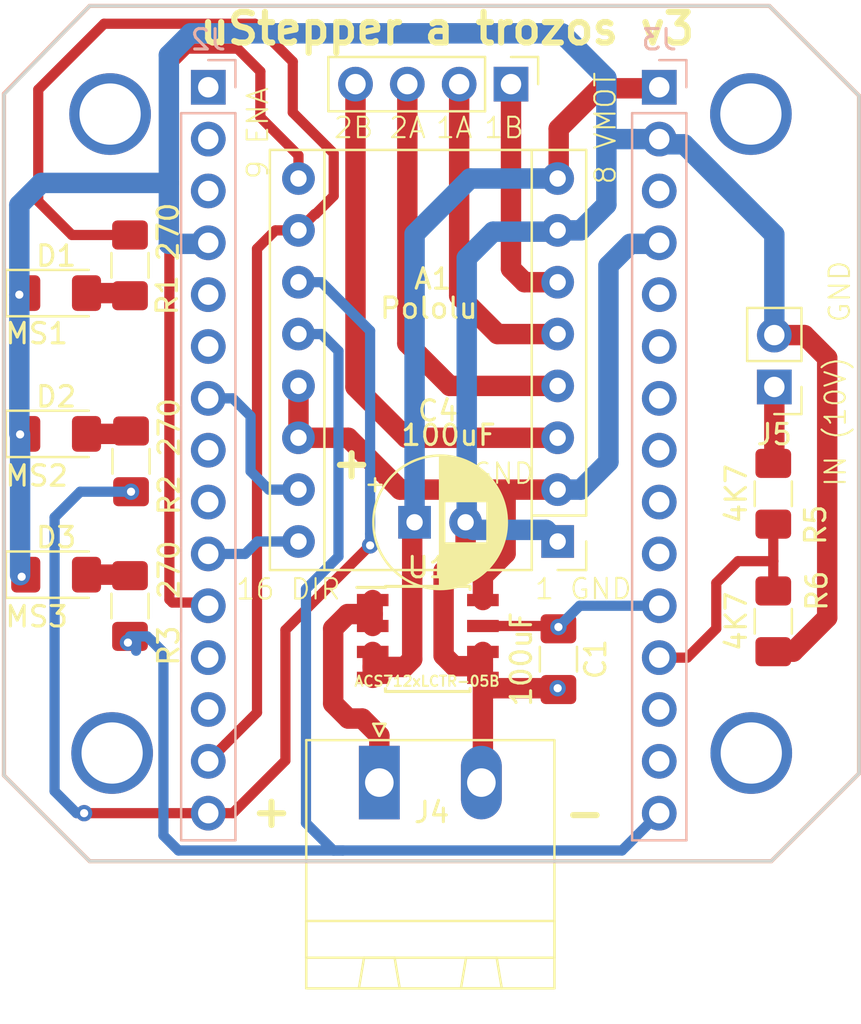
<source format=kicad_pcb>
(kicad_pcb (version 20171130) (host pcbnew 5.0.1-33cea8e~68~ubuntu18.04.1)

  (general
    (thickness 1.6)
    (drawings 40)
    (tracks 203)
    (zones 0)
    (modules 17)
    (nets 21)
  )

  (page A4)
  (layers
    (0 F.Cu signal)
    (31 B.Cu signal)
    (32 B.Adhes user)
    (33 F.Adhes user)
    (34 B.Paste user)
    (35 F.Paste user)
    (36 B.SilkS user)
    (37 F.SilkS user)
    (38 B.Mask user)
    (39 F.Mask user)
    (40 Dwgs.User user)
    (41 Cmts.User user)
    (42 Eco1.User user)
    (43 Eco2.User user)
    (44 Edge.Cuts user)
    (45 Margin user)
    (46 B.CrtYd user)
    (47 F.CrtYd user)
    (48 B.Fab user)
    (49 F.Fab user)
  )

  (setup
    (last_trace_width 0.25)
    (user_trace_width 0.5)
    (user_trace_width 1)
    (trace_clearance 0.2)
    (zone_clearance 0.508)
    (zone_45_only no)
    (trace_min 0.2)
    (segment_width 0.2)
    (edge_width 0.15)
    (via_size 0.8)
    (via_drill 0.4)
    (via_min_size 0.4)
    (via_min_drill 0.3)
    (uvia_size 0.3)
    (uvia_drill 0.1)
    (uvias_allowed no)
    (uvia_min_size 0.2)
    (uvia_min_drill 0.1)
    (pcb_text_width 0.3)
    (pcb_text_size 1.5 1.5)
    (mod_edge_width 0.15)
    (mod_text_size 1 1)
    (mod_text_width 0.15)
    (pad_size 1.524 1.524)
    (pad_drill 0.762)
    (pad_to_mask_clearance 0.2)
    (solder_mask_min_width 0.25)
    (aux_axis_origin 0 0)
    (grid_origin 110.2 119.8)
    (visible_elements FFFFFF7F)
    (pcbplotparams
      (layerselection 0x010f0_ffffffff)
      (usegerberextensions false)
      (usegerberattributes false)
      (usegerberadvancedattributes false)
      (creategerberjobfile false)
      (excludeedgelayer true)
      (linewidth 0.100000)
      (plotframeref false)
      (viasonmask false)
      (mode 1)
      (useauxorigin false)
      (hpglpennumber 1)
      (hpglpenspeed 20)
      (hpglpendiameter 15.000000)
      (psnegative false)
      (psa4output false)
      (plotreference true)
      (plotvalue true)
      (plotinvisibletext false)
      (padsonsilk false)
      (subtractmaskfromsilk false)
      (outputformat 1)
      (mirror false)
      (drillshape 0)
      (scaleselection 1)
      (outputdirectory "plot/pololu/"))
  )

  (net 0 "")
  (net 1 OUT1B)
  (net 2 OUT1A)
  (net 3 OUT2A)
  (net 4 OUT2B)
  (net 5 B27-5V)
  (net 6 B30-VIN)
  (net 7 AN-IN-10V)
  (net 8 B29-GND)
  (net 9 BA1-I)
  (net 10 BA0-V)
  (net 11 VIN)
  (net 12 BD8-ENA)
  (net 13 BD11-MS1)
  (net 14 BD12-MS2)
  (net 15 BD13-MS3)
  (net 16 BD4-STEP)
  (net 17 BD7-DIR)
  (net 18 "Net-(D1-Pad2)")
  (net 19 "Net-(D2-Pad2)")
  (net 20 "Net-(D3-Pad2)")

  (net_class Default "Esta es la clase de red por defecto."
    (clearance 0.2)
    (trace_width 0.25)
    (via_dia 0.8)
    (via_drill 0.4)
    (uvia_dia 0.3)
    (uvia_drill 0.1)
    (add_net AN-IN-10V)
    (add_net B27-5V)
    (add_net B29-GND)
    (add_net B30-VIN)
    (add_net BA0-V)
    (add_net BA1-I)
    (add_net BD11-MS1)
    (add_net BD12-MS2)
    (add_net BD13-MS3)
    (add_net BD4-STEP)
    (add_net BD7-DIR)
    (add_net BD8-ENA)
    (add_net "Net-(D1-Pad2)")
    (add_net "Net-(D2-Pad2)")
    (add_net "Net-(D3-Pad2)")
    (add_net OUT1A)
    (add_net OUT1B)
    (add_net OUT2A)
    (add_net OUT2B)
    (add_net VIN)
  )

  (module Package_SO:SOIC-8_3.9x4.9mm_P1.27mm (layer F.Cu) (tedit 5BA65E4C) (tstamp 5BA624AB)
    (at 185.1681 79.3124)
    (descr "8-Lead Plastic Small Outline (SN) - Narrow, 3.90 mm Body [SOIC] (see Microchip Packaging Specification 00000049BS.pdf)")
    (tags "SOIC 1.27")
    (path /5BA62C4B)
    (attr smd)
    (fp_text reference U1 (at 0 -3.5) (layer F.SilkS)
      (effects (font (size 1 1) (thickness 0.15)))
    )
    (fp_text value ACS712xLCTR-05B (at -0.0381 2.0701) (layer F.SilkS)
      (effects (font (size 0.5 0.5) (thickness 0.1)))
    )
    (fp_text user %R (at 0 0) (layer F.Fab)
      (effects (font (size 1 1) (thickness 0.15)))
    )
    (fp_line (start -0.95 -2.45) (end 1.95 -2.45) (layer F.Fab) (width 0.1))
    (fp_line (start 1.95 -2.45) (end 1.95 2.45) (layer F.Fab) (width 0.1))
    (fp_line (start 1.95 2.45) (end -1.95 2.45) (layer F.Fab) (width 0.1))
    (fp_line (start -1.95 2.45) (end -1.95 -1.45) (layer F.Fab) (width 0.1))
    (fp_line (start -1.95 -1.45) (end -0.95 -2.45) (layer F.Fab) (width 0.1))
    (fp_line (start -3.73 -2.7) (end -3.73 2.7) (layer F.CrtYd) (width 0.05))
    (fp_line (start 3.73 -2.7) (end 3.73 2.7) (layer F.CrtYd) (width 0.05))
    (fp_line (start -3.73 -2.7) (end 3.73 -2.7) (layer F.CrtYd) (width 0.05))
    (fp_line (start -3.73 2.7) (end 3.73 2.7) (layer F.CrtYd) (width 0.05))
    (fp_line (start -2.075 -2.575) (end -2.075 -2.525) (layer F.SilkS) (width 0.15))
    (fp_line (start 2.075 -2.575) (end 2.075 -2.43) (layer F.SilkS) (width 0.15))
    (fp_line (start 2.075 2.575) (end 2.075 2.43) (layer F.SilkS) (width 0.15))
    (fp_line (start -2.075 2.575) (end -2.075 2.43) (layer F.SilkS) (width 0.15))
    (fp_line (start -2.075 -2.575) (end 2.075 -2.575) (layer F.SilkS) (width 0.15))
    (fp_line (start -2.075 2.575) (end 2.075 2.575) (layer F.SilkS) (width 0.15))
    (fp_line (start -2.075 -2.525) (end -3.475 -2.525) (layer F.SilkS) (width 0.15))
    (pad 1 smd rect (at -2.7 -1.905) (size 1.55 0.6) (layers F.Cu F.Paste F.Mask)
      (net 11 VIN))
    (pad 2 smd rect (at -2.7 -0.635) (size 1.55 0.6) (layers F.Cu F.Paste F.Mask)
      (net 11 VIN))
    (pad 3 smd rect (at -2.7 0.635) (size 1.55 0.6) (layers F.Cu F.Paste F.Mask)
      (net 6 B30-VIN))
    (pad 4 smd rect (at -2.7 1.905) (size 1.55 0.6) (layers F.Cu F.Paste F.Mask)
      (net 6 B30-VIN))
    (pad 5 smd rect (at 2.7 1.905) (size 1.55 0.6) (layers F.Cu F.Paste F.Mask)
      (net 8 B29-GND))
    (pad 6 smd rect (at 2.7 0.635) (size 1.55 0.6) (layers F.Cu F.Paste F.Mask)
      (net 8 B29-GND))
    (pad 7 smd rect (at 2.7 -0.635) (size 1.55 0.6) (layers F.Cu F.Paste F.Mask)
      (net 9 BA1-I))
    (pad 8 smd rect (at 2.7 -1.905) (size 1.55 0.6) (layers F.Cu F.Paste F.Mask)
      (net 5 B27-5V))
    (model ${KISYS3DMOD}/Package_SO.3dshapes/SOIC-8_3.9x4.9mm_P1.27mm.wrl
      (at (xyz 0 0 0))
      (scale (xyz 1 1 1))
      (rotate (xyz 0 0 0))
    )
  )

  (module Module:Pololu_Breakout-16_15.2x20.3mm (layer F.Cu) (tedit 5BA65E8A) (tstamp 5BAD5388)
    (at 191.5308 74.5372 180)
    (descr "Pololu Breakout 16-pin 15.2x20.3mm 0.6x0.8\\")
    (tags "Pololu Breakout")
    (path /5B9D8333)
    (fp_text reference A1 (at 6.1214 12.8651 180) (layer F.SilkS)
      (effects (font (size 1 1) (thickness 0.15)))
    )
    (fp_text value Pololu (at 6.3119 11.43 180) (layer F.SilkS)
      (effects (font (size 1 1) (thickness 0.15)))
    )
    (fp_text user %R (at 5.9309 -0.9144 180) (layer F.Fab)
      (effects (font (size 1 1) (thickness 0.15)))
    )
    (fp_line (start 11.43 -1.4) (end 11.43 19.18) (layer F.SilkS) (width 0.12))
    (fp_line (start 1.27 1.27) (end 1.27 19.18) (layer F.SilkS) (width 0.12))
    (fp_line (start 0 -1.4) (end -1.4 -1.4) (layer F.SilkS) (width 0.12))
    (fp_line (start -1.4 -1.4) (end -1.4 0) (layer F.SilkS) (width 0.12))
    (fp_line (start 1.27 -1.4) (end 1.27 1.27) (layer F.SilkS) (width 0.12))
    (fp_line (start 1.27 1.27) (end -1.4 1.27) (layer F.SilkS) (width 0.12))
    (fp_line (start -1.4 1.27) (end -1.4 19.18) (layer F.SilkS) (width 0.12))
    (fp_line (start -1.4 19.18) (end 14.1 19.18) (layer F.SilkS) (width 0.12))
    (fp_line (start 14.1 19.18) (end 14.1 -1.4) (layer F.SilkS) (width 0.12))
    (fp_line (start 14.1 -1.4) (end 1.27 -1.4) (layer F.SilkS) (width 0.12))
    (fp_line (start -1.27 0) (end 0 -1.27) (layer F.Fab) (width 0.1))
    (fp_line (start 0 -1.27) (end 13.97 -1.27) (layer F.Fab) (width 0.1))
    (fp_line (start 13.97 -1.27) (end 13.97 19.05) (layer F.Fab) (width 0.1))
    (fp_line (start 13.97 19.05) (end -1.27 19.05) (layer F.Fab) (width 0.1))
    (fp_line (start -1.27 19.05) (end -1.27 0) (layer F.Fab) (width 0.1))
    (fp_line (start -1.53 -1.52) (end 14.21 -1.52) (layer F.CrtYd) (width 0.05))
    (fp_line (start -1.53 -1.52) (end -1.53 19.3) (layer F.CrtYd) (width 0.05))
    (fp_line (start 14.21 19.3) (end 14.21 -1.52) (layer F.CrtYd) (width 0.05))
    (fp_line (start 14.21 19.3) (end -1.53 19.3) (layer F.CrtYd) (width 0.05))
    (pad 1 thru_hole rect (at 0 0 180) (size 1.6 1.6) (drill 0.8) (layers *.Cu *.Mask)
      (net 8 B29-GND))
    (pad 9 thru_hole oval (at 12.7 17.78 180) (size 1.6 1.6) (drill 0.8) (layers *.Cu *.Mask)
      (net 12 BD8-ENA))
    (pad 2 thru_hole oval (at 0 2.54 180) (size 1.6 1.6) (drill 0.8) (layers *.Cu *.Mask)
      (net 5 B27-5V))
    (pad 10 thru_hole oval (at 12.7 15.24 180) (size 1.6 1.6) (drill 0.8) (layers *.Cu *.Mask)
      (net 13 BD11-MS1))
    (pad 3 thru_hole oval (at 0 5.08 180) (size 1.6 1.6) (drill 0.8) (layers *.Cu *.Mask)
      (net 1 OUT1B))
    (pad 11 thru_hole oval (at 12.7 12.7 180) (size 1.6 1.6) (drill 0.8) (layers *.Cu *.Mask)
      (net 14 BD12-MS2))
    (pad 4 thru_hole oval (at 0 7.62 180) (size 1.6 1.6) (drill 0.8) (layers *.Cu *.Mask)
      (net 2 OUT1A))
    (pad 12 thru_hole oval (at 12.7 10.16 180) (size 1.6 1.6) (drill 0.8) (layers *.Cu *.Mask)
      (net 15 BD13-MS3))
    (pad 5 thru_hole oval (at 0 10.16 180) (size 1.6 1.6) (drill 0.8) (layers *.Cu *.Mask)
      (net 3 OUT2A))
    (pad 13 thru_hole oval (at 12.7 7.62 180) (size 1.6 1.6) (drill 0.8) (layers *.Cu *.Mask)
      (net 5 B27-5V))
    (pad 6 thru_hole oval (at 0 12.7 180) (size 1.6 1.6) (drill 0.8) (layers *.Cu *.Mask)
      (net 4 OUT2B))
    (pad 14 thru_hole oval (at 12.7 5.08 180) (size 1.6 1.6) (drill 0.8) (layers *.Cu *.Mask)
      (net 5 B27-5V))
    (pad 7 thru_hole oval (at 0 15.24 180) (size 1.6 1.6) (drill 0.8) (layers *.Cu *.Mask)
      (net 8 B29-GND))
    (pad 15 thru_hole oval (at 12.7 2.54 180) (size 1.6 1.6) (drill 0.8) (layers *.Cu *.Mask)
      (net 16 BD4-STEP))
    (pad 8 thru_hole oval (at 0 17.78 180) (size 1.6 1.6) (drill 0.8) (layers *.Cu *.Mask)
      (net 6 B30-VIN))
    (pad 16 thru_hole oval (at 12.7 0 180) (size 1.6 1.6) (drill 0.8) (layers *.Cu *.Mask)
      (net 17 BD7-DIR))
    (model ${KISYS3DMOD}/Module.3dshapes/Pololu_Breakout-16_15.2x20.3mm.wrl
      (at (xyz 0 0 0))
      (scale (xyz 1 1 1))
      (rotate (xyz 0 0 0))
    )
  )

  (module Connector_PinHeader_2.54mm:PinHeader_1x02_P2.54mm_Vertical (layer F.Cu) (tedit 59FED5CC) (tstamp 5BADA0C8)
    (at 202.148 66.968 180)
    (descr "Through hole straight pin header, 1x02, 2.54mm pitch, single row")
    (tags "Through hole pin header THT 1x02 2.54mm single row")
    (path /5BE1FF94)
    (fp_text reference J5 (at 0 -2.33 180) (layer F.SilkS)
      (effects (font (size 1 1) (thickness 0.15)))
    )
    (fp_text value Conn_01x02_Male (at 2.6416 1.3208 270) (layer F.Fab)
      (effects (font (size 1 1) (thickness 0.15)))
    )
    (fp_line (start -0.635 -1.27) (end 1.27 -1.27) (layer F.Fab) (width 0.1))
    (fp_line (start 1.27 -1.27) (end 1.27 3.81) (layer F.Fab) (width 0.1))
    (fp_line (start 1.27 3.81) (end -1.27 3.81) (layer F.Fab) (width 0.1))
    (fp_line (start -1.27 3.81) (end -1.27 -0.635) (layer F.Fab) (width 0.1))
    (fp_line (start -1.27 -0.635) (end -0.635 -1.27) (layer F.Fab) (width 0.1))
    (fp_line (start -1.33 3.87) (end 1.33 3.87) (layer F.SilkS) (width 0.12))
    (fp_line (start -1.33 1.27) (end -1.33 3.87) (layer F.SilkS) (width 0.12))
    (fp_line (start 1.33 1.27) (end 1.33 3.87) (layer F.SilkS) (width 0.12))
    (fp_line (start -1.33 1.27) (end 1.33 1.27) (layer F.SilkS) (width 0.12))
    (fp_line (start -1.33 0) (end -1.33 -1.33) (layer F.SilkS) (width 0.12))
    (fp_line (start -1.33 -1.33) (end 0 -1.33) (layer F.SilkS) (width 0.12))
    (fp_line (start -1.8 -1.8) (end -1.8 4.35) (layer F.CrtYd) (width 0.05))
    (fp_line (start -1.8 4.35) (end 1.8 4.35) (layer F.CrtYd) (width 0.05))
    (fp_line (start 1.8 4.35) (end 1.8 -1.8) (layer F.CrtYd) (width 0.05))
    (fp_line (start 1.8 -1.8) (end -1.8 -1.8) (layer F.CrtYd) (width 0.05))
    (fp_text user %R (at 0 1.27 270) (layer F.Fab)
      (effects (font (size 1 1) (thickness 0.15)))
    )
    (pad 1 thru_hole rect (at 0 0 180) (size 1.7 1.7) (drill 1) (layers *.Cu *.Mask)
      (net 7 AN-IN-10V))
    (pad 2 thru_hole oval (at 0 2.54 180) (size 1.7 1.7) (drill 1) (layers *.Cu *.Mask)
      (net 8 B29-GND))
    (model ${KISYS3DMOD}/Connector_PinHeader_2.54mm.3dshapes/PinHeader_1x02_P2.54mm_Vertical.wrl
      (at (xyz 0 0 0))
      (scale (xyz 1 1 1))
      (rotate (xyz 0 0 0))
    )
  )

  (module Capacitor_THT:CP_Radial_D6.3mm_P2.50mm (layer F.Cu) (tedit 5BA28753) (tstamp 5BA28A6C)
    (at 184.5204 73.5974)
    (descr "CP, Radial series, Radial, pin pitch=2.50mm, , diameter=6.3mm, Electrolytic Capacitor")
    (tags "CP Radial series Radial pin pitch 2.50mm  diameter 6.3mm Electrolytic Capacitor")
    (path /5B9FEC02)
    (fp_text reference C4 (at 1.143 -5.461) (layer F.SilkS)
      (effects (font (size 1 1) (thickness 0.15)))
    )
    (fp_text value 100uF (at 1.6637 -4.2672) (layer F.SilkS)
      (effects (font (size 1 1) (thickness 0.15)))
    )
    (fp_circle (center 1.25 0) (end 4.4 0) (layer F.Fab) (width 0.1))
    (fp_circle (center 1.25 0) (end 4.52 0) (layer F.SilkS) (width 0.12))
    (fp_circle (center 1.25 0) (end 4.65 0) (layer F.CrtYd) (width 0.05))
    (fp_line (start -1.443972 -1.3735) (end -0.813972 -1.3735) (layer F.Fab) (width 0.1))
    (fp_line (start -1.128972 -1.6885) (end -1.128972 -1.0585) (layer F.Fab) (width 0.1))
    (fp_line (start 1.25 -3.23) (end 1.25 3.23) (layer F.SilkS) (width 0.12))
    (fp_line (start 1.29 -3.23) (end 1.29 3.23) (layer F.SilkS) (width 0.12))
    (fp_line (start 1.33 -3.23) (end 1.33 3.23) (layer F.SilkS) (width 0.12))
    (fp_line (start 1.37 -3.228) (end 1.37 3.228) (layer F.SilkS) (width 0.12))
    (fp_line (start 1.41 -3.227) (end 1.41 3.227) (layer F.SilkS) (width 0.12))
    (fp_line (start 1.45 -3.224) (end 1.45 3.224) (layer F.SilkS) (width 0.12))
    (fp_line (start 1.49 -3.222) (end 1.49 -1.04) (layer F.SilkS) (width 0.12))
    (fp_line (start 1.49 1.04) (end 1.49 3.222) (layer F.SilkS) (width 0.12))
    (fp_line (start 1.53 -3.218) (end 1.53 -1.04) (layer F.SilkS) (width 0.12))
    (fp_line (start 1.53 1.04) (end 1.53 3.218) (layer F.SilkS) (width 0.12))
    (fp_line (start 1.57 -3.215) (end 1.57 -1.04) (layer F.SilkS) (width 0.12))
    (fp_line (start 1.57 1.04) (end 1.57 3.215) (layer F.SilkS) (width 0.12))
    (fp_line (start 1.61 -3.211) (end 1.61 -1.04) (layer F.SilkS) (width 0.12))
    (fp_line (start 1.61 1.04) (end 1.61 3.211) (layer F.SilkS) (width 0.12))
    (fp_line (start 1.65 -3.206) (end 1.65 -1.04) (layer F.SilkS) (width 0.12))
    (fp_line (start 1.65 1.04) (end 1.65 3.206) (layer F.SilkS) (width 0.12))
    (fp_line (start 1.69 -3.201) (end 1.69 -1.04) (layer F.SilkS) (width 0.12))
    (fp_line (start 1.69 1.04) (end 1.69 3.201) (layer F.SilkS) (width 0.12))
    (fp_line (start 1.73 -3.195) (end 1.73 -1.04) (layer F.SilkS) (width 0.12))
    (fp_line (start 1.73 1.04) (end 1.73 3.195) (layer F.SilkS) (width 0.12))
    (fp_line (start 1.77 -3.189) (end 1.77 -1.04) (layer F.SilkS) (width 0.12))
    (fp_line (start 1.77 1.04) (end 1.77 3.189) (layer F.SilkS) (width 0.12))
    (fp_line (start 1.81 -3.182) (end 1.81 -1.04) (layer F.SilkS) (width 0.12))
    (fp_line (start 1.81 1.04) (end 1.81 3.182) (layer F.SilkS) (width 0.12))
    (fp_line (start 1.85 -3.175) (end 1.85 -1.04) (layer F.SilkS) (width 0.12))
    (fp_line (start 1.85 1.04) (end 1.85 3.175) (layer F.SilkS) (width 0.12))
    (fp_line (start 1.89 -3.167) (end 1.89 -1.04) (layer F.SilkS) (width 0.12))
    (fp_line (start 1.89 1.04) (end 1.89 3.167) (layer F.SilkS) (width 0.12))
    (fp_line (start 1.93 -3.159) (end 1.93 -1.04) (layer F.SilkS) (width 0.12))
    (fp_line (start 1.93 1.04) (end 1.93 3.159) (layer F.SilkS) (width 0.12))
    (fp_line (start 1.971 -3.15) (end 1.971 -1.04) (layer F.SilkS) (width 0.12))
    (fp_line (start 1.971 1.04) (end 1.971 3.15) (layer F.SilkS) (width 0.12))
    (fp_line (start 2.011 -3.141) (end 2.011 -1.04) (layer F.SilkS) (width 0.12))
    (fp_line (start 2.011 1.04) (end 2.011 3.141) (layer F.SilkS) (width 0.12))
    (fp_line (start 2.051 -3.131) (end 2.051 -1.04) (layer F.SilkS) (width 0.12))
    (fp_line (start 2.051 1.04) (end 2.051 3.131) (layer F.SilkS) (width 0.12))
    (fp_line (start 2.091 -3.121) (end 2.091 -1.04) (layer F.SilkS) (width 0.12))
    (fp_line (start 2.091 1.04) (end 2.091 3.121) (layer F.SilkS) (width 0.12))
    (fp_line (start 2.131 -3.11) (end 2.131 -1.04) (layer F.SilkS) (width 0.12))
    (fp_line (start 2.131 1.04) (end 2.131 3.11) (layer F.SilkS) (width 0.12))
    (fp_line (start 2.171 -3.098) (end 2.171 -1.04) (layer F.SilkS) (width 0.12))
    (fp_line (start 2.171 1.04) (end 2.171 3.098) (layer F.SilkS) (width 0.12))
    (fp_line (start 2.211 -3.086) (end 2.211 -1.04) (layer F.SilkS) (width 0.12))
    (fp_line (start 2.211 1.04) (end 2.211 3.086) (layer F.SilkS) (width 0.12))
    (fp_line (start 2.251 -3.074) (end 2.251 -1.04) (layer F.SilkS) (width 0.12))
    (fp_line (start 2.251 1.04) (end 2.251 3.074) (layer F.SilkS) (width 0.12))
    (fp_line (start 2.291 -3.061) (end 2.291 -1.04) (layer F.SilkS) (width 0.12))
    (fp_line (start 2.291 1.04) (end 2.291 3.061) (layer F.SilkS) (width 0.12))
    (fp_line (start 2.331 -3.047) (end 2.331 -1.04) (layer F.SilkS) (width 0.12))
    (fp_line (start 2.331 1.04) (end 2.331 3.047) (layer F.SilkS) (width 0.12))
    (fp_line (start 2.371 -3.033) (end 2.371 -1.04) (layer F.SilkS) (width 0.12))
    (fp_line (start 2.371 1.04) (end 2.371 3.033) (layer F.SilkS) (width 0.12))
    (fp_line (start 2.411 -3.018) (end 2.411 -1.04) (layer F.SilkS) (width 0.12))
    (fp_line (start 2.411 1.04) (end 2.411 3.018) (layer F.SilkS) (width 0.12))
    (fp_line (start 2.451 -3.002) (end 2.451 -1.04) (layer F.SilkS) (width 0.12))
    (fp_line (start 2.451 1.04) (end 2.451 3.002) (layer F.SilkS) (width 0.12))
    (fp_line (start 2.491 -2.986) (end 2.491 -1.04) (layer F.SilkS) (width 0.12))
    (fp_line (start 2.491 1.04) (end 2.491 2.986) (layer F.SilkS) (width 0.12))
    (fp_line (start 2.531 -2.97) (end 2.531 -1.04) (layer F.SilkS) (width 0.12))
    (fp_line (start 2.531 1.04) (end 2.531 2.97) (layer F.SilkS) (width 0.12))
    (fp_line (start 2.571 -2.952) (end 2.571 -1.04) (layer F.SilkS) (width 0.12))
    (fp_line (start 2.571 1.04) (end 2.571 2.952) (layer F.SilkS) (width 0.12))
    (fp_line (start 2.611 -2.934) (end 2.611 -1.04) (layer F.SilkS) (width 0.12))
    (fp_line (start 2.611 1.04) (end 2.611 2.934) (layer F.SilkS) (width 0.12))
    (fp_line (start 2.651 -2.916) (end 2.651 -1.04) (layer F.SilkS) (width 0.12))
    (fp_line (start 2.651 1.04) (end 2.651 2.916) (layer F.SilkS) (width 0.12))
    (fp_line (start 2.691 -2.896) (end 2.691 -1.04) (layer F.SilkS) (width 0.12))
    (fp_line (start 2.691 1.04) (end 2.691 2.896) (layer F.SilkS) (width 0.12))
    (fp_line (start 2.731 -2.876) (end 2.731 -1.04) (layer F.SilkS) (width 0.12))
    (fp_line (start 2.731 1.04) (end 2.731 2.876) (layer F.SilkS) (width 0.12))
    (fp_line (start 2.771 -2.856) (end 2.771 -1.04) (layer F.SilkS) (width 0.12))
    (fp_line (start 2.771 1.04) (end 2.771 2.856) (layer F.SilkS) (width 0.12))
    (fp_line (start 2.811 -2.834) (end 2.811 -1.04) (layer F.SilkS) (width 0.12))
    (fp_line (start 2.811 1.04) (end 2.811 2.834) (layer F.SilkS) (width 0.12))
    (fp_line (start 2.851 -2.812) (end 2.851 -1.04) (layer F.SilkS) (width 0.12))
    (fp_line (start 2.851 1.04) (end 2.851 2.812) (layer F.SilkS) (width 0.12))
    (fp_line (start 2.891 -2.79) (end 2.891 -1.04) (layer F.SilkS) (width 0.12))
    (fp_line (start 2.891 1.04) (end 2.891 2.79) (layer F.SilkS) (width 0.12))
    (fp_line (start 2.931 -2.766) (end 2.931 -1.04) (layer F.SilkS) (width 0.12))
    (fp_line (start 2.931 1.04) (end 2.931 2.766) (layer F.SilkS) (width 0.12))
    (fp_line (start 2.971 -2.742) (end 2.971 -1.04) (layer F.SilkS) (width 0.12))
    (fp_line (start 2.971 1.04) (end 2.971 2.742) (layer F.SilkS) (width 0.12))
    (fp_line (start 3.011 -2.716) (end 3.011 -1.04) (layer F.SilkS) (width 0.12))
    (fp_line (start 3.011 1.04) (end 3.011 2.716) (layer F.SilkS) (width 0.12))
    (fp_line (start 3.051 -2.69) (end 3.051 -1.04) (layer F.SilkS) (width 0.12))
    (fp_line (start 3.051 1.04) (end 3.051 2.69) (layer F.SilkS) (width 0.12))
    (fp_line (start 3.091 -2.664) (end 3.091 -1.04) (layer F.SilkS) (width 0.12))
    (fp_line (start 3.091 1.04) (end 3.091 2.664) (layer F.SilkS) (width 0.12))
    (fp_line (start 3.131 -2.636) (end 3.131 -1.04) (layer F.SilkS) (width 0.12))
    (fp_line (start 3.131 1.04) (end 3.131 2.636) (layer F.SilkS) (width 0.12))
    (fp_line (start 3.171 -2.607) (end 3.171 -1.04) (layer F.SilkS) (width 0.12))
    (fp_line (start 3.171 1.04) (end 3.171 2.607) (layer F.SilkS) (width 0.12))
    (fp_line (start 3.211 -2.578) (end 3.211 -1.04) (layer F.SilkS) (width 0.12))
    (fp_line (start 3.211 1.04) (end 3.211 2.578) (layer F.SilkS) (width 0.12))
    (fp_line (start 3.251 -2.548) (end 3.251 -1.04) (layer F.SilkS) (width 0.12))
    (fp_line (start 3.251 1.04) (end 3.251 2.548) (layer F.SilkS) (width 0.12))
    (fp_line (start 3.291 -2.516) (end 3.291 -1.04) (layer F.SilkS) (width 0.12))
    (fp_line (start 3.291 1.04) (end 3.291 2.516) (layer F.SilkS) (width 0.12))
    (fp_line (start 3.331 -2.484) (end 3.331 -1.04) (layer F.SilkS) (width 0.12))
    (fp_line (start 3.331 1.04) (end 3.331 2.484) (layer F.SilkS) (width 0.12))
    (fp_line (start 3.371 -2.45) (end 3.371 -1.04) (layer F.SilkS) (width 0.12))
    (fp_line (start 3.371 1.04) (end 3.371 2.45) (layer F.SilkS) (width 0.12))
    (fp_line (start 3.411 -2.416) (end 3.411 -1.04) (layer F.SilkS) (width 0.12))
    (fp_line (start 3.411 1.04) (end 3.411 2.416) (layer F.SilkS) (width 0.12))
    (fp_line (start 3.451 -2.38) (end 3.451 -1.04) (layer F.SilkS) (width 0.12))
    (fp_line (start 3.451 1.04) (end 3.451 2.38) (layer F.SilkS) (width 0.12))
    (fp_line (start 3.491 -2.343) (end 3.491 -1.04) (layer F.SilkS) (width 0.12))
    (fp_line (start 3.491 1.04) (end 3.491 2.343) (layer F.SilkS) (width 0.12))
    (fp_line (start 3.531 -2.305) (end 3.531 -1.04) (layer F.SilkS) (width 0.12))
    (fp_line (start 3.531 1.04) (end 3.531 2.305) (layer F.SilkS) (width 0.12))
    (fp_line (start 3.571 -2.265) (end 3.571 2.265) (layer F.SilkS) (width 0.12))
    (fp_line (start 3.611 -2.224) (end 3.611 2.224) (layer F.SilkS) (width 0.12))
    (fp_line (start 3.651 -2.182) (end 3.651 2.182) (layer F.SilkS) (width 0.12))
    (fp_line (start 3.691 -2.137) (end 3.691 2.137) (layer F.SilkS) (width 0.12))
    (fp_line (start 3.731 -2.092) (end 3.731 2.092) (layer F.SilkS) (width 0.12))
    (fp_line (start 3.771 -2.044) (end 3.771 2.044) (layer F.SilkS) (width 0.12))
    (fp_line (start 3.811 -1.995) (end 3.811 1.995) (layer F.SilkS) (width 0.12))
    (fp_line (start 3.851 -1.944) (end 3.851 1.944) (layer F.SilkS) (width 0.12))
    (fp_line (start 3.891 -1.89) (end 3.891 1.89) (layer F.SilkS) (width 0.12))
    (fp_line (start 3.931 -1.834) (end 3.931 1.834) (layer F.SilkS) (width 0.12))
    (fp_line (start 3.971 -1.776) (end 3.971 1.776) (layer F.SilkS) (width 0.12))
    (fp_line (start 4.011 -1.714) (end 4.011 1.714) (layer F.SilkS) (width 0.12))
    (fp_line (start 4.051 -1.65) (end 4.051 1.65) (layer F.SilkS) (width 0.12))
    (fp_line (start 4.091 -1.581) (end 4.091 1.581) (layer F.SilkS) (width 0.12))
    (fp_line (start 4.131 -1.509) (end 4.131 1.509) (layer F.SilkS) (width 0.12))
    (fp_line (start 4.171 -1.432) (end 4.171 1.432) (layer F.SilkS) (width 0.12))
    (fp_line (start 4.211 -1.35) (end 4.211 1.35) (layer F.SilkS) (width 0.12))
    (fp_line (start 4.251 -1.262) (end 4.251 1.262) (layer F.SilkS) (width 0.12))
    (fp_line (start 4.291 -1.165) (end 4.291 1.165) (layer F.SilkS) (width 0.12))
    (fp_line (start 4.331 -1.059) (end 4.331 1.059) (layer F.SilkS) (width 0.12))
    (fp_line (start 4.371 -0.94) (end 4.371 0.94) (layer F.SilkS) (width 0.12))
    (fp_line (start 4.411 -0.802) (end 4.411 0.802) (layer F.SilkS) (width 0.12))
    (fp_line (start 4.451 -0.633) (end 4.451 0.633) (layer F.SilkS) (width 0.12))
    (fp_line (start 4.491 -0.402) (end 4.491 0.402) (layer F.SilkS) (width 0.12))
    (fp_line (start -2.250241 -1.839) (end -1.620241 -1.839) (layer F.SilkS) (width 0.12))
    (fp_line (start -1.935241 -2.154) (end -1.935241 -1.524) (layer F.SilkS) (width 0.12))
    (fp_text user %R (at 1.25 0) (layer F.Fab)
      (effects (font (size 1 1) (thickness 0.15)))
    )
    (pad 1 thru_hole rect (at 0 0) (size 1.6 1.6) (drill 0.8) (layers *.Cu *.Mask)
      (net 6 B30-VIN))
    (pad 2 thru_hole circle (at 2.5 0) (size 1.6 1.6) (drill 0.8) (layers *.Cu *.Mask)
      (net 8 B29-GND))
    (model ${KISYS3DMOD}/Capacitor_THT.3dshapes/CP_Radial_D6.3mm_P2.50mm.wrl
      (at (xyz 0 0 0))
      (scale (xyz 1 1 1))
      (rotate (xyz 0 0 0))
    )
  )

  (module Connector_Phoenix_MSTB:PhoenixContact_MSTBA_2,5_2-G_1x02_P5.00mm_Horizontal (layer F.Cu) (tedit 5A00FA1D) (tstamp 5BA28AC8)
    (at 182.7932 86.3482)
    (descr "Generic Phoenix Contact connector footprint for: MSTBA_2,5/2-G; number of pins: 02; pin pitch: 5.00mm; Angled || order number: 1757475 12A || order number: 1923759 16A (HC)")
    (tags "phoenix_contact connector MSTBA_01x02_G_5.00mm")
    (path /5BA6497D)
    (fp_text reference J4 (at 2.5654 1.4605) (layer F.SilkS)
      (effects (font (size 1 1) (thickness 0.15)))
    )
    (fp_text value Conn_01x02 (at 2.5 11) (layer F.Fab)
      (effects (font (size 1 1) (thickness 0.15)))
    )
    (fp_line (start -3.58 -2.08) (end -3.58 10.08) (layer F.SilkS) (width 0.12))
    (fp_line (start -3.58 10.08) (end 8.58 10.08) (layer F.SilkS) (width 0.12))
    (fp_line (start 8.58 10.08) (end 8.58 -2.08) (layer F.SilkS) (width 0.12))
    (fp_line (start 8.58 -2.08) (end -3.58 -2.08) (layer F.SilkS) (width 0.12))
    (fp_line (start -3.5 -2) (end -3.5 10) (layer F.Fab) (width 0.1))
    (fp_line (start -3.5 10) (end 8.5 10) (layer F.Fab) (width 0.1))
    (fp_line (start 8.5 10) (end 8.5 -2) (layer F.Fab) (width 0.1))
    (fp_line (start 8.5 -2) (end -3.5 -2) (layer F.Fab) (width 0.1))
    (fp_line (start -3.58 8.58) (end -3.58 6.78) (layer F.SilkS) (width 0.12))
    (fp_line (start -3.58 6.78) (end 8.58 6.78) (layer F.SilkS) (width 0.12))
    (fp_line (start 8.58 6.78) (end 8.58 8.58) (layer F.SilkS) (width 0.12))
    (fp_line (start 8.58 8.58) (end -3.58 8.58) (layer F.SilkS) (width 0.12))
    (fp_line (start -1 10.08) (end 1 10.08) (layer F.SilkS) (width 0.12))
    (fp_line (start 1 10.08) (end 0.75 8.58) (layer F.SilkS) (width 0.12))
    (fp_line (start 0.75 8.58) (end -0.75 8.58) (layer F.SilkS) (width 0.12))
    (fp_line (start -0.75 8.58) (end -1 10.08) (layer F.SilkS) (width 0.12))
    (fp_line (start 4 10.08) (end 6 10.08) (layer F.SilkS) (width 0.12))
    (fp_line (start 6 10.08) (end 5.75 8.58) (layer F.SilkS) (width 0.12))
    (fp_line (start 5.75 8.58) (end 4.25 8.58) (layer F.SilkS) (width 0.12))
    (fp_line (start 4.25 8.58) (end 4 10.08) (layer F.SilkS) (width 0.12))
    (fp_line (start -4 -2.5) (end -4 10.5) (layer F.CrtYd) (width 0.05))
    (fp_line (start -4 10.5) (end 9 10.5) (layer F.CrtYd) (width 0.05))
    (fp_line (start 9 10.5) (end 9 -2.5) (layer F.CrtYd) (width 0.05))
    (fp_line (start 9 -2.5) (end -4 -2.5) (layer F.CrtYd) (width 0.05))
    (fp_line (start 0.3 -2.88) (end 0 -2.28) (layer F.SilkS) (width 0.12))
    (fp_line (start 0 -2.28) (end -0.3 -2.88) (layer F.SilkS) (width 0.12))
    (fp_line (start -0.3 -2.88) (end 0.3 -2.88) (layer F.SilkS) (width 0.12))
    (fp_line (start 0.95 -2) (end 0 -0.5) (layer F.Fab) (width 0.1))
    (fp_line (start 0 -0.5) (end -0.95 -2) (layer F.Fab) (width 0.1))
    (fp_text user %R (at 3.5 3) (layer F.Fab)
      (effects (font (size 1 1) (thickness 0.15)))
    )
    (pad 1 thru_hole rect (at 0 0) (size 2 3.6) (drill 1.4) (layers *.Cu *.Mask)
      (net 11 VIN))
    (pad 2 thru_hole oval (at 5 0) (size 2 3.6) (drill 1.4) (layers *.Cu *.Mask)
      (net 8 B29-GND))
    (model ${KISYS3DMOD}/Connector_Phoenix_MSTB.3dshapes/PhoenixContact_MSTBA_2,5_2-G_1x02_P5.00mm_Horizontal.wrl
      (at (xyz 0 0 0))
      (scale (xyz 1 1 1))
      (rotate (xyz 0 0 0))
    )
  )

  (module Resistor_SMD:R_1206_3216Metric_Pad1.42x1.75mm_HandSolder (layer F.Cu) (tedit 5BA2878A) (tstamp 5BA28AFB)
    (at 202.0972 72.2004 270)
    (descr "Resistor SMD 1206 (3216 Metric), square (rectangular) end terminal, IPC_7351 nominal with elongated pad for handsoldering. (Body size source: http://www.tortai-tech.com/upload/download/2011102023233369053.pdf), generated with kicad-footprint-generator")
    (tags "resistor handsolder")
    (path /5BDC142F)
    (attr smd)
    (fp_text reference R5 (at 1.524 -2.0701 270) (layer F.SilkS)
      (effects (font (size 1 1) (thickness 0.15)))
    )
    (fp_text value 4K7 (at 0 1.82 270) (layer F.SilkS)
      (effects (font (size 1 1) (thickness 0.15)))
    )
    (fp_line (start -1.6 0.8) (end -1.6 -0.8) (layer F.Fab) (width 0.1))
    (fp_line (start -1.6 -0.8) (end 1.6 -0.8) (layer F.Fab) (width 0.1))
    (fp_line (start 1.6 -0.8) (end 1.6 0.8) (layer F.Fab) (width 0.1))
    (fp_line (start 1.6 0.8) (end -1.6 0.8) (layer F.Fab) (width 0.1))
    (fp_line (start -0.602064 -0.91) (end 0.602064 -0.91) (layer F.SilkS) (width 0.12))
    (fp_line (start -0.602064 0.91) (end 0.602064 0.91) (layer F.SilkS) (width 0.12))
    (fp_line (start -2.45 1.12) (end -2.45 -1.12) (layer F.CrtYd) (width 0.05))
    (fp_line (start -2.45 -1.12) (end 2.45 -1.12) (layer F.CrtYd) (width 0.05))
    (fp_line (start 2.45 -1.12) (end 2.45 1.12) (layer F.CrtYd) (width 0.05))
    (fp_line (start 2.45 1.12) (end -2.45 1.12) (layer F.CrtYd) (width 0.05))
    (fp_text user %R (at 0 0 270) (layer F.Fab)
      (effects (font (size 0.8 0.8) (thickness 0.12)))
    )
    (pad 1 smd roundrect (at -1.4875 0 270) (size 1.425 1.75) (layers F.Cu F.Paste F.Mask) (roundrect_rratio 0.175439)
      (net 7 AN-IN-10V))
    (pad 2 smd roundrect (at 1.4875 0 270) (size 1.425 1.75) (layers F.Cu F.Paste F.Mask) (roundrect_rratio 0.175439)
      (net 10 BA0-V))
    (model ${KISYS3DMOD}/Resistor_SMD.3dshapes/R_1206_3216Metric.wrl
      (at (xyz 0 0 0))
      (scale (xyz 1 1 1))
      (rotate (xyz 0 0 0))
    )
  )

  (module Resistor_SMD:R_1206_3216Metric_Pad1.42x1.75mm_HandSolder (layer F.Cu) (tedit 5BA2876C) (tstamp 5BA28B0C)
    (at 202.0972 78.4488 270)
    (descr "Resistor SMD 1206 (3216 Metric), square (rectangular) end terminal, IPC_7351 nominal with elongated pad for handsoldering. (Body size source: http://www.tortai-tech.com/upload/download/2011102023233369053.pdf), generated with kicad-footprint-generator")
    (tags "resistor handsolder")
    (path /5BDC1436)
    (attr smd)
    (fp_text reference R6 (at -1.4986 -2.1336 90) (layer F.SilkS)
      (effects (font (size 1 1) (thickness 0.15)))
    )
    (fp_text value 4K7 (at 0 1.82 270) (layer F.SilkS)
      (effects (font (size 1 1) (thickness 0.15)))
    )
    (fp_text user %R (at 0 0 270) (layer F.Fab)
      (effects (font (size 0.8 0.8) (thickness 0.12)))
    )
    (fp_line (start 2.45 1.12) (end -2.45 1.12) (layer F.CrtYd) (width 0.05))
    (fp_line (start 2.45 -1.12) (end 2.45 1.12) (layer F.CrtYd) (width 0.05))
    (fp_line (start -2.45 -1.12) (end 2.45 -1.12) (layer F.CrtYd) (width 0.05))
    (fp_line (start -2.45 1.12) (end -2.45 -1.12) (layer F.CrtYd) (width 0.05))
    (fp_line (start -0.602064 0.91) (end 0.602064 0.91) (layer F.SilkS) (width 0.12))
    (fp_line (start -0.602064 -0.91) (end 0.602064 -0.91) (layer F.SilkS) (width 0.12))
    (fp_line (start 1.6 0.8) (end -1.6 0.8) (layer F.Fab) (width 0.1))
    (fp_line (start 1.6 -0.8) (end 1.6 0.8) (layer F.Fab) (width 0.1))
    (fp_line (start -1.6 -0.8) (end 1.6 -0.8) (layer F.Fab) (width 0.1))
    (fp_line (start -1.6 0.8) (end -1.6 -0.8) (layer F.Fab) (width 0.1))
    (pad 2 smd roundrect (at 1.4875 0 270) (size 1.425 1.75) (layers F.Cu F.Paste F.Mask) (roundrect_rratio 0.175439)
      (net 8 B29-GND))
    (pad 1 smd roundrect (at -1.4875 0 270) (size 1.425 1.75) (layers F.Cu F.Paste F.Mask) (roundrect_rratio 0.175439)
      (net 10 BA0-V))
    (model ${KISYS3DMOD}/Resistor_SMD.3dshapes/R_1206_3216Metric.wrl
      (at (xyz 0 0 0))
      (scale (xyz 1 1 1))
      (rotate (xyz 0 0 0))
    )
  )

  (module Connector_PinHeader_2.54mm:PinHeader_1x04_P2.54mm_Vertical (layer F.Cu) (tedit 5BE9D94F) (tstamp 5BA28973)
    (at 189.2448 52.1344 270)
    (descr "Through hole straight pin header, 1x04, 2.54mm pitch, single row")
    (tags "Through hole pin header THT 1x04 2.54mm single row")
    (path /5B9E182A)
    (fp_text reference J1 (at 0 -2.33 270) (layer F.Fab)
      (effects (font (size 1 1) (thickness 0.15)))
    )
    (fp_text value Conn_01x04 (at 0.92456 3.79476) (layer F.Fab)
      (effects (font (size 1 1) (thickness 0.15)))
    )
    (fp_line (start -0.635 -1.27) (end 1.27 -1.27) (layer F.Fab) (width 0.1))
    (fp_line (start 1.27 -1.27) (end 1.27 8.89) (layer F.Fab) (width 0.1))
    (fp_line (start 1.27 8.89) (end -1.27 8.89) (layer F.Fab) (width 0.1))
    (fp_line (start -1.27 8.89) (end -1.27 -0.635) (layer F.Fab) (width 0.1))
    (fp_line (start -1.27 -0.635) (end -0.635 -1.27) (layer F.Fab) (width 0.1))
    (fp_line (start -1.33 8.95) (end 1.33 8.95) (layer F.SilkS) (width 0.12))
    (fp_line (start -1.33 1.27) (end -1.33 8.95) (layer F.SilkS) (width 0.12))
    (fp_line (start 1.33 1.27) (end 1.33 8.95) (layer F.SilkS) (width 0.12))
    (fp_line (start -1.33 1.27) (end 1.33 1.27) (layer F.SilkS) (width 0.12))
    (fp_line (start -1.33 0) (end -1.33 -1.33) (layer F.SilkS) (width 0.12))
    (fp_line (start -1.33 -1.33) (end 0 -1.33) (layer F.SilkS) (width 0.12))
    (fp_line (start -1.8 -1.8) (end -1.8 9.4) (layer F.CrtYd) (width 0.05))
    (fp_line (start -1.8 9.4) (end 1.8 9.4) (layer F.CrtYd) (width 0.05))
    (fp_line (start 1.8 9.4) (end 1.8 -1.8) (layer F.CrtYd) (width 0.05))
    (fp_line (start 1.8 -1.8) (end -1.8 -1.8) (layer F.CrtYd) (width 0.05))
    (fp_text user %R (at 0 3.81) (layer F.Fab)
      (effects (font (size 1 1) (thickness 0.15)))
    )
    (pad 1 thru_hole rect (at 0 0 270) (size 1.7 1.7) (drill 1) (layers *.Cu *.Mask)
      (net 4 OUT2B))
    (pad 2 thru_hole oval (at 0 2.54 270) (size 1.7 1.7) (drill 1) (layers *.Cu *.Mask)
      (net 3 OUT2A))
    (pad 3 thru_hole oval (at 0 5.08 270) (size 1.7 1.7) (drill 1) (layers *.Cu *.Mask)
      (net 2 OUT1A))
    (pad 4 thru_hole oval (at 0 7.62 270) (size 1.7 1.7) (drill 1) (layers *.Cu *.Mask)
      (net 1 OUT1B))
    (model ${KISYS3DMOD}/Connector_PinHeader_2.54mm.3dshapes/PinHeader_1x04_P2.54mm_Vertical.wrl
      (at (xyz 0 0 0))
      (scale (xyz 1 1 1))
      (rotate (xyz 0 0 0))
    )
  )

  (module Connector_PinHeader_2.54mm:PinHeader_1x15_P2.54mm_Vertical (layer B.Cu) (tedit 59FED5CC) (tstamp 5BA2898A)
    (at 174.4112 52.2868 180)
    (descr "Through hole straight pin header, 1x15, 2.54mm pitch, single row")
    (tags "Through hole pin header THT 1x15 2.54mm single row")
    (path /5BBE458E)
    (fp_text reference J2 (at 0 2.33 180) (layer B.SilkS)
      (effects (font (size 1 1) (thickness 0.15)) (justify mirror))
    )
    (fp_text value Conn_01x15_Female (at 3.0734 -23.1521 270) (layer B.Fab)
      (effects (font (size 1 1) (thickness 0.15)) (justify mirror))
    )
    (fp_line (start -0.635 1.27) (end 1.27 1.27) (layer B.Fab) (width 0.1))
    (fp_line (start 1.27 1.27) (end 1.27 -36.83) (layer B.Fab) (width 0.1))
    (fp_line (start 1.27 -36.83) (end -1.27 -36.83) (layer B.Fab) (width 0.1))
    (fp_line (start -1.27 -36.83) (end -1.27 0.635) (layer B.Fab) (width 0.1))
    (fp_line (start -1.27 0.635) (end -0.635 1.27) (layer B.Fab) (width 0.1))
    (fp_line (start -1.33 -36.89) (end 1.33 -36.89) (layer B.SilkS) (width 0.12))
    (fp_line (start -1.33 -1.27) (end -1.33 -36.89) (layer B.SilkS) (width 0.12))
    (fp_line (start 1.33 -1.27) (end 1.33 -36.89) (layer B.SilkS) (width 0.12))
    (fp_line (start -1.33 -1.27) (end 1.33 -1.27) (layer B.SilkS) (width 0.12))
    (fp_line (start -1.33 0) (end -1.33 1.33) (layer B.SilkS) (width 0.12))
    (fp_line (start -1.33 1.33) (end 0 1.33) (layer B.SilkS) (width 0.12))
    (fp_line (start -1.8 1.8) (end -1.8 -37.35) (layer B.CrtYd) (width 0.05))
    (fp_line (start -1.8 -37.35) (end 1.8 -37.35) (layer B.CrtYd) (width 0.05))
    (fp_line (start 1.8 -37.35) (end 1.8 1.8) (layer B.CrtYd) (width 0.05))
    (fp_line (start 1.8 1.8) (end -1.8 1.8) (layer B.CrtYd) (width 0.05))
    (fp_text user %R (at 0 -17.78 90) (layer B.Fab)
      (effects (font (size 1 1) (thickness 0.15)) (justify mirror))
    )
    (pad 1 thru_hole rect (at 0 0 180) (size 1.7 1.7) (drill 1) (layers *.Cu *.Mask))
    (pad 2 thru_hole oval (at 0 -2.54 180) (size 1.7 1.7) (drill 1) (layers *.Cu *.Mask))
    (pad 3 thru_hole oval (at 0 -5.08 180) (size 1.7 1.7) (drill 1) (layers *.Cu *.Mask))
    (pad 4 thru_hole oval (at 0 -7.62 180) (size 1.7 1.7) (drill 1) (layers *.Cu *.Mask)
      (net 8 B29-GND))
    (pad 5 thru_hole oval (at 0 -10.16 180) (size 1.7 1.7) (drill 1) (layers *.Cu *.Mask))
    (pad 6 thru_hole oval (at 0 -12.7 180) (size 1.7 1.7) (drill 1) (layers *.Cu *.Mask))
    (pad 7 thru_hole oval (at 0 -15.24 180) (size 1.7 1.7) (drill 1) (layers *.Cu *.Mask)
      (net 16 BD4-STEP))
    (pad 8 thru_hole oval (at 0 -17.78 180) (size 1.7 1.7) (drill 1) (layers *.Cu *.Mask))
    (pad 9 thru_hole oval (at 0 -20.32 180) (size 1.7 1.7) (drill 1) (layers *.Cu *.Mask))
    (pad 10 thru_hole oval (at 0 -22.86 180) (size 1.7 1.7) (drill 1) (layers *.Cu *.Mask)
      (net 17 BD7-DIR))
    (pad 11 thru_hole oval (at 0 -25.4 180) (size 1.7 1.7) (drill 1) (layers *.Cu *.Mask)
      (net 12 BD8-ENA))
    (pad 12 thru_hole oval (at 0 -27.94 180) (size 1.7 1.7) (drill 1) (layers *.Cu *.Mask))
    (pad 13 thru_hole oval (at 0 -30.48 180) (size 1.7 1.7) (drill 1) (layers *.Cu *.Mask))
    (pad 14 thru_hole oval (at 0 -33.02 180) (size 1.7 1.7) (drill 1) (layers *.Cu *.Mask)
      (net 13 BD11-MS1))
    (pad 15 thru_hole oval (at 0 -35.56 180) (size 1.7 1.7) (drill 1) (layers *.Cu *.Mask)
      (net 14 BD12-MS2))
    (model ${KISYS3DMOD}/Connector_PinHeader_2.54mm.3dshapes/PinHeader_1x15_P2.54mm_Vertical.wrl
      (at (xyz 0 0 0))
      (scale (xyz 1 1 1))
      (rotate (xyz 0 0 0))
    )
  )

  (module Connector_PinHeader_2.54mm:PinHeader_1x15_P2.54mm_Vertical (layer B.Cu) (tedit 59FED5CC) (tstamp 5BA289AC)
    (at 196.5092 52.2868 180)
    (descr "Through hole straight pin header, 1x15, 2.54mm pitch, single row")
    (tags "Through hole pin header THT 1x15 2.54mm single row")
    (path /5BBE45B7)
    (fp_text reference J3 (at 0 2.33 180) (layer B.SilkS)
      (effects (font (size 1 1) (thickness 0.15)) (justify mirror))
    )
    (fp_text value Conn_01x15_Female (at 2.032 -26.8732 270) (layer B.Fab)
      (effects (font (size 1 1) (thickness 0.15)) (justify mirror))
    )
    (fp_text user %R (at 0 -17.78 90) (layer B.Fab)
      (effects (font (size 1 1) (thickness 0.15)) (justify mirror))
    )
    (fp_line (start 1.8 1.8) (end -1.8 1.8) (layer B.CrtYd) (width 0.05))
    (fp_line (start 1.8 -37.35) (end 1.8 1.8) (layer B.CrtYd) (width 0.05))
    (fp_line (start -1.8 -37.35) (end 1.8 -37.35) (layer B.CrtYd) (width 0.05))
    (fp_line (start -1.8 1.8) (end -1.8 -37.35) (layer B.CrtYd) (width 0.05))
    (fp_line (start -1.33 1.33) (end 0 1.33) (layer B.SilkS) (width 0.12))
    (fp_line (start -1.33 0) (end -1.33 1.33) (layer B.SilkS) (width 0.12))
    (fp_line (start -1.33 -1.27) (end 1.33 -1.27) (layer B.SilkS) (width 0.12))
    (fp_line (start 1.33 -1.27) (end 1.33 -36.89) (layer B.SilkS) (width 0.12))
    (fp_line (start -1.33 -1.27) (end -1.33 -36.89) (layer B.SilkS) (width 0.12))
    (fp_line (start -1.33 -36.89) (end 1.33 -36.89) (layer B.SilkS) (width 0.12))
    (fp_line (start -1.27 0.635) (end -0.635 1.27) (layer B.Fab) (width 0.1))
    (fp_line (start -1.27 -36.83) (end -1.27 0.635) (layer B.Fab) (width 0.1))
    (fp_line (start 1.27 -36.83) (end -1.27 -36.83) (layer B.Fab) (width 0.1))
    (fp_line (start 1.27 1.27) (end 1.27 -36.83) (layer B.Fab) (width 0.1))
    (fp_line (start -0.635 1.27) (end 1.27 1.27) (layer B.Fab) (width 0.1))
    (pad 15 thru_hole oval (at 0 -35.56 180) (size 1.7 1.7) (drill 1) (layers *.Cu *.Mask)
      (net 15 BD13-MS3))
    (pad 14 thru_hole oval (at 0 -33.02 180) (size 1.7 1.7) (drill 1) (layers *.Cu *.Mask))
    (pad 13 thru_hole oval (at 0 -30.48 180) (size 1.7 1.7) (drill 1) (layers *.Cu *.Mask))
    (pad 12 thru_hole oval (at 0 -27.94 180) (size 1.7 1.7) (drill 1) (layers *.Cu *.Mask)
      (net 10 BA0-V))
    (pad 11 thru_hole oval (at 0 -25.4 180) (size 1.7 1.7) (drill 1) (layers *.Cu *.Mask)
      (net 9 BA1-I))
    (pad 10 thru_hole oval (at 0 -22.86 180) (size 1.7 1.7) (drill 1) (layers *.Cu *.Mask))
    (pad 9 thru_hole oval (at 0 -20.32 180) (size 1.7 1.7) (drill 1) (layers *.Cu *.Mask))
    (pad 8 thru_hole oval (at 0 -17.78 180) (size 1.7 1.7) (drill 1) (layers *.Cu *.Mask))
    (pad 7 thru_hole oval (at 0 -15.24 180) (size 1.7 1.7) (drill 1) (layers *.Cu *.Mask))
    (pad 6 thru_hole oval (at 0 -12.7 180) (size 1.7 1.7) (drill 1) (layers *.Cu *.Mask))
    (pad 5 thru_hole oval (at 0 -10.16 180) (size 1.7 1.7) (drill 1) (layers *.Cu *.Mask))
    (pad 4 thru_hole oval (at 0 -7.62 180) (size 1.7 1.7) (drill 1) (layers *.Cu *.Mask)
      (net 5 B27-5V))
    (pad 3 thru_hole oval (at 0 -5.08 180) (size 1.7 1.7) (drill 1) (layers *.Cu *.Mask))
    (pad 2 thru_hole oval (at 0 -2.54 180) (size 1.7 1.7) (drill 1) (layers *.Cu *.Mask)
      (net 8 B29-GND))
    (pad 1 thru_hole rect (at 0 0 180) (size 1.7 1.7) (drill 1) (layers *.Cu *.Mask)
      (net 6 B30-VIN))
    (model ${KISYS3DMOD}/Connector_PinHeader_2.54mm.3dshapes/PinHeader_1x15_P2.54mm_Vertical.wrl
      (at (xyz 0 0 0))
      (scale (xyz 1 1 1))
      (rotate (xyz 0 0 0))
    )
  )

  (module Capacitor_SMD:C_1206_3216Metric_Pad1.42x1.75mm_HandSolder (layer F.Cu) (tedit 5BA65E0C) (tstamp 5BA6248E)
    (at 191.5689 80.303 270)
    (descr "Capacitor SMD 1206 (3216 Metric), square (rectangular) end terminal, IPC_7351 nominal with elongated pad for handsoldering. (Body size source: http://www.tortai-tech.com/upload/download/2011102023233369053.pdf), generated with kicad-footprint-generator")
    (tags "capacitor handsolder")
    (path /5BA7C401)
    (attr smd)
    (fp_text reference C1 (at 0 -1.82 270) (layer F.SilkS)
      (effects (font (size 1 1) (thickness 0.15)))
    )
    (fp_text value 100uF (at 0 1.82 270) (layer F.SilkS)
      (effects (font (size 1 1) (thickness 0.15)))
    )
    (fp_line (start -1.6 0.8) (end -1.6 -0.8) (layer F.Fab) (width 0.1))
    (fp_line (start -1.6 -0.8) (end 1.6 -0.8) (layer F.Fab) (width 0.1))
    (fp_line (start 1.6 -0.8) (end 1.6 0.8) (layer F.Fab) (width 0.1))
    (fp_line (start 1.6 0.8) (end -1.6 0.8) (layer F.Fab) (width 0.1))
    (fp_line (start -0.602064 -0.91) (end 0.602064 -0.91) (layer F.SilkS) (width 0.12))
    (fp_line (start -0.602064 0.91) (end 0.602064 0.91) (layer F.SilkS) (width 0.12))
    (fp_line (start -2.45 1.12) (end -2.45 -1.12) (layer F.CrtYd) (width 0.05))
    (fp_line (start -2.45 -1.12) (end 2.45 -1.12) (layer F.CrtYd) (width 0.05))
    (fp_line (start 2.45 -1.12) (end 2.45 1.12) (layer F.CrtYd) (width 0.05))
    (fp_line (start 2.45 1.12) (end -2.45 1.12) (layer F.CrtYd) (width 0.05))
    (fp_text user %R (at 0 0 270) (layer F.Fab)
      (effects (font (size 0.8 0.8) (thickness 0.12)))
    )
    (pad 1 smd roundrect (at -1.4875 0 270) (size 1.425 1.75) (layers F.Cu F.Paste F.Mask) (roundrect_rratio 0.175439)
      (net 9 BA1-I))
    (pad 2 smd roundrect (at 1.4875 0 270) (size 1.425 1.75) (layers F.Cu F.Paste F.Mask) (roundrect_rratio 0.175439)
      (net 8 B29-GND))
    (model ${KISYS3DMOD}/Capacitor_SMD.3dshapes/C_1206_3216Metric.wrl
      (at (xyz 0 0 0))
      (scale (xyz 1 1 1))
      (rotate (xyz 0 0 0))
    )
  )

  (module LED_SMD:LED_1206_3216Metric_Pad1.42x1.75mm_HandSolder (layer F.Cu) (tedit 5BE9D8E3) (tstamp 5BE9C976)
    (at 166.9563 62.3706)
    (descr "LED SMD 1206 (3216 Metric), square (rectangular) end terminal, IPC_7351 nominal, (Body size source: http://www.tortai-tech.com/upload/download/2011102023233369053.pdf), generated with kicad-footprint-generator")
    (tags "LED handsolder")
    (path /5BE9FBCF)
    (attr smd)
    (fp_text reference D1 (at 0 -1.82) (layer F.SilkS)
      (effects (font (size 1 1) (thickness 0.15)))
    )
    (fp_text value MS1 (at -0.9525 1.9812) (layer F.SilkS)
      (effects (font (size 1 1) (thickness 0.15)))
    )
    (fp_line (start 1.6 -0.8) (end -1.2 -0.8) (layer F.Fab) (width 0.1))
    (fp_line (start -1.2 -0.8) (end -1.6 -0.4) (layer F.Fab) (width 0.1))
    (fp_line (start -1.6 -0.4) (end -1.6 0.8) (layer F.Fab) (width 0.1))
    (fp_line (start -1.6 0.8) (end 1.6 0.8) (layer F.Fab) (width 0.1))
    (fp_line (start 1.6 0.8) (end 1.6 -0.8) (layer F.Fab) (width 0.1))
    (fp_line (start 1.6 -1.135) (end -2.46 -1.135) (layer F.SilkS) (width 0.12))
    (fp_line (start -2.46 -1.135) (end -2.46 1.135) (layer F.SilkS) (width 0.12))
    (fp_line (start -2.46 1.135) (end 1.6 1.135) (layer F.SilkS) (width 0.12))
    (fp_line (start -2.45 1.12) (end -2.45 -1.12) (layer F.CrtYd) (width 0.05))
    (fp_line (start -2.45 -1.12) (end 2.45 -1.12) (layer F.CrtYd) (width 0.05))
    (fp_line (start 2.45 -1.12) (end 2.45 1.12) (layer F.CrtYd) (width 0.05))
    (fp_line (start 2.45 1.12) (end -2.45 1.12) (layer F.CrtYd) (width 0.05))
    (fp_text user %R (at 0 0) (layer F.Fab)
      (effects (font (size 0.8 0.8) (thickness 0.12)))
    )
    (pad 1 smd roundrect (at -1.4875 0) (size 1.425 1.75) (layers F.Cu F.Paste F.Mask) (roundrect_rratio 0.175439)
      (net 8 B29-GND))
    (pad 2 smd roundrect (at 1.4875 0) (size 1.425 1.75) (layers F.Cu F.Paste F.Mask) (roundrect_rratio 0.175439)
      (net 18 "Net-(D1-Pad2)"))
    (model ${KISYS3DMOD}/LED_SMD.3dshapes/LED_1206_3216Metric.wrl
      (at (xyz 0 0 0))
      (scale (xyz 1 1 1))
      (rotate (xyz 0 0 0))
    )
  )

  (module LED_SMD:LED_1206_3216Metric_Pad1.42x1.75mm_HandSolder (layer F.Cu) (tedit 5BE9D8E9) (tstamp 5BE9C989)
    (at 166.9563 69.2667)
    (descr "LED SMD 1206 (3216 Metric), square (rectangular) end terminal, IPC_7351 nominal, (Body size source: http://www.tortai-tech.com/upload/download/2011102023233369053.pdf), generated with kicad-footprint-generator")
    (tags "LED handsolder")
    (path /5BEAA9A0)
    (attr smd)
    (fp_text reference D2 (at 0 -1.82) (layer F.SilkS)
      (effects (font (size 1 1) (thickness 0.15)))
    )
    (fp_text value MS2 (at -0.9525 2.0574) (layer F.SilkS)
      (effects (font (size 1 1) (thickness 0.15)))
    )
    (fp_text user %R (at 0 0) (layer F.Fab)
      (effects (font (size 0.8 0.8) (thickness 0.12)))
    )
    (fp_line (start 2.45 1.12) (end -2.45 1.12) (layer F.CrtYd) (width 0.05))
    (fp_line (start 2.45 -1.12) (end 2.45 1.12) (layer F.CrtYd) (width 0.05))
    (fp_line (start -2.45 -1.12) (end 2.45 -1.12) (layer F.CrtYd) (width 0.05))
    (fp_line (start -2.45 1.12) (end -2.45 -1.12) (layer F.CrtYd) (width 0.05))
    (fp_line (start -2.46 1.135) (end 1.6 1.135) (layer F.SilkS) (width 0.12))
    (fp_line (start -2.46 -1.135) (end -2.46 1.135) (layer F.SilkS) (width 0.12))
    (fp_line (start 1.6 -1.135) (end -2.46 -1.135) (layer F.SilkS) (width 0.12))
    (fp_line (start 1.6 0.8) (end 1.6 -0.8) (layer F.Fab) (width 0.1))
    (fp_line (start -1.6 0.8) (end 1.6 0.8) (layer F.Fab) (width 0.1))
    (fp_line (start -1.6 -0.4) (end -1.6 0.8) (layer F.Fab) (width 0.1))
    (fp_line (start -1.2 -0.8) (end -1.6 -0.4) (layer F.Fab) (width 0.1))
    (fp_line (start 1.6 -0.8) (end -1.2 -0.8) (layer F.Fab) (width 0.1))
    (pad 2 smd roundrect (at 1.4875 0) (size 1.425 1.75) (layers F.Cu F.Paste F.Mask) (roundrect_rratio 0.175439)
      (net 19 "Net-(D2-Pad2)"))
    (pad 1 smd roundrect (at -1.4875 0) (size 1.425 1.75) (layers F.Cu F.Paste F.Mask) (roundrect_rratio 0.175439)
      (net 8 B29-GND))
    (model ${KISYS3DMOD}/LED_SMD.3dshapes/LED_1206_3216Metric.wrl
      (at (xyz 0 0 0))
      (scale (xyz 1 1 1))
      (rotate (xyz 0 0 0))
    )
  )

  (module LED_SMD:LED_1206_3216Metric_Pad1.42x1.75mm_HandSolder (layer F.Cu) (tedit 5BE9D8F1) (tstamp 5BE9C99C)
    (at 166.9563 76.1628)
    (descr "LED SMD 1206 (3216 Metric), square (rectangular) end terminal, IPC_7351 nominal, (Body size source: http://www.tortai-tech.com/upload/download/2011102023233369053.pdf), generated with kicad-footprint-generator")
    (tags "LED handsolder")
    (path /5BEC173D)
    (attr smd)
    (fp_text reference D3 (at 0 -1.82) (layer F.SilkS)
      (effects (font (size 1 1) (thickness 0.15)))
    )
    (fp_text value MS3 (at -0.9525 2.0574) (layer F.SilkS)
      (effects (font (size 1 1) (thickness 0.15)))
    )
    (fp_line (start 1.6 -0.8) (end -1.2 -0.8) (layer F.Fab) (width 0.1))
    (fp_line (start -1.2 -0.8) (end -1.6 -0.4) (layer F.Fab) (width 0.1))
    (fp_line (start -1.6 -0.4) (end -1.6 0.8) (layer F.Fab) (width 0.1))
    (fp_line (start -1.6 0.8) (end 1.6 0.8) (layer F.Fab) (width 0.1))
    (fp_line (start 1.6 0.8) (end 1.6 -0.8) (layer F.Fab) (width 0.1))
    (fp_line (start 1.6 -1.135) (end -2.46 -1.135) (layer F.SilkS) (width 0.12))
    (fp_line (start -2.46 -1.135) (end -2.46 1.135) (layer F.SilkS) (width 0.12))
    (fp_line (start -2.46 1.135) (end 1.6 1.135) (layer F.SilkS) (width 0.12))
    (fp_line (start -2.45 1.12) (end -2.45 -1.12) (layer F.CrtYd) (width 0.05))
    (fp_line (start -2.45 -1.12) (end 2.45 -1.12) (layer F.CrtYd) (width 0.05))
    (fp_line (start 2.45 -1.12) (end 2.45 1.12) (layer F.CrtYd) (width 0.05))
    (fp_line (start 2.45 1.12) (end -2.45 1.12) (layer F.CrtYd) (width 0.05))
    (fp_text user %R (at -1.869549 0) (layer F.Fab)
      (effects (font (size 0.8 0.8) (thickness 0.12)))
    )
    (pad 1 smd roundrect (at -1.4875 0) (size 1.425 1.75) (layers F.Cu F.Paste F.Mask) (roundrect_rratio 0.175439)
      (net 8 B29-GND))
    (pad 2 smd roundrect (at 1.4875 0) (size 1.425 1.75) (layers F.Cu F.Paste F.Mask) (roundrect_rratio 0.175439)
      (net 20 "Net-(D3-Pad2)"))
    (model ${KISYS3DMOD}/LED_SMD.3dshapes/LED_1206_3216Metric.wrl
      (at (xyz 0 0 0))
      (scale (xyz 1 1 1))
      (rotate (xyz 0 0 0))
    )
  )

  (module Resistor_SMD:R_1206_3216Metric_Pad1.42x1.75mm_HandSolder (layer F.Cu) (tedit 5BE9D920) (tstamp 5BE9C9AD)
    (at 170.5758 61.0117 270)
    (descr "Resistor SMD 1206 (3216 Metric), square (rectangular) end terminal, IPC_7351 nominal with elongated pad for handsoldering. (Body size source: http://www.tortai-tech.com/upload/download/2011102023233369053.pdf), generated with kicad-footprint-generator")
    (tags "resistor handsolder")
    (path /5BE9FD25)
    (attr smd)
    (fp_text reference R1 (at 1.4605 -1.82 270) (layer F.SilkS)
      (effects (font (size 1 1) (thickness 0.15)))
    )
    (fp_text value 270 (at -1.6383 -1.8669 270) (layer F.SilkS)
      (effects (font (size 1 1) (thickness 0.15)))
    )
    (fp_line (start -1.6 0.8) (end -1.6 -0.8) (layer F.Fab) (width 0.1))
    (fp_line (start -1.6 -0.8) (end 1.6 -0.8) (layer F.Fab) (width 0.1))
    (fp_line (start 1.6 -0.8) (end 1.6 0.8) (layer F.Fab) (width 0.1))
    (fp_line (start 1.6 0.8) (end -1.6 0.8) (layer F.Fab) (width 0.1))
    (fp_line (start -0.602064 -0.91) (end 0.602064 -0.91) (layer F.SilkS) (width 0.12))
    (fp_line (start -0.602064 0.91) (end 0.602064 0.91) (layer F.SilkS) (width 0.12))
    (fp_line (start -2.45 1.12) (end -2.45 -1.12) (layer F.CrtYd) (width 0.05))
    (fp_line (start -2.45 -1.12) (end 2.45 -1.12) (layer F.CrtYd) (width 0.05))
    (fp_line (start 2.45 -1.12) (end 2.45 1.12) (layer F.CrtYd) (width 0.05))
    (fp_line (start 2.45 1.12) (end -2.45 1.12) (layer F.CrtYd) (width 0.05))
    (fp_text user %R (at 0 0 270) (layer F.Fab)
      (effects (font (size 0.8 0.8) (thickness 0.12)))
    )
    (pad 1 smd roundrect (at -1.4875 0 270) (size 1.425 1.75) (layers F.Cu F.Paste F.Mask) (roundrect_rratio 0.175439)
      (net 13 BD11-MS1))
    (pad 2 smd roundrect (at 1.4875 0 270) (size 1.425 1.75) (layers F.Cu F.Paste F.Mask) (roundrect_rratio 0.175439)
      (net 18 "Net-(D1-Pad2)"))
    (model ${KISYS3DMOD}/Resistor_SMD.3dshapes/R_1206_3216Metric.wrl
      (at (xyz 0 0 0))
      (scale (xyz 1 1 1))
      (rotate (xyz 0 0 0))
    )
  )

  (module Resistor_SMD:R_1206_3216Metric_Pad1.42x1.75mm_HandSolder (layer F.Cu) (tedit 5BE9D916) (tstamp 5BE9C9BE)
    (at 170.6266 70.6129 90)
    (descr "Resistor SMD 1206 (3216 Metric), square (rectangular) end terminal, IPC_7351 nominal with elongated pad for handsoldering. (Body size source: http://www.tortai-tech.com/upload/download/2011102023233369053.pdf), generated with kicad-footprint-generator")
    (tags "resistor handsolder")
    (path /5BEAA9A6)
    (attr smd)
    (fp_text reference R2 (at -1.651 1.8669 90) (layer F.SilkS)
      (effects (font (size 1 1) (thickness 0.15)))
    )
    (fp_text value 270 (at 1.6637 1.8669 90) (layer F.SilkS)
      (effects (font (size 1 1) (thickness 0.15)))
    )
    (fp_text user %R (at 0 0 90) (layer F.Fab)
      (effects (font (size 0.8 0.8) (thickness 0.12)))
    )
    (fp_line (start 2.45 1.12) (end -2.45 1.12) (layer F.CrtYd) (width 0.05))
    (fp_line (start 2.45 -1.12) (end 2.45 1.12) (layer F.CrtYd) (width 0.05))
    (fp_line (start -2.45 -1.12) (end 2.45 -1.12) (layer F.CrtYd) (width 0.05))
    (fp_line (start -2.45 1.12) (end -2.45 -1.12) (layer F.CrtYd) (width 0.05))
    (fp_line (start -0.602064 0.91) (end 0.602064 0.91) (layer F.SilkS) (width 0.12))
    (fp_line (start -0.602064 -0.91) (end 0.602064 -0.91) (layer F.SilkS) (width 0.12))
    (fp_line (start 1.6 0.8) (end -1.6 0.8) (layer F.Fab) (width 0.1))
    (fp_line (start 1.6 -0.8) (end 1.6 0.8) (layer F.Fab) (width 0.1))
    (fp_line (start -1.6 -0.8) (end 1.6 -0.8) (layer F.Fab) (width 0.1))
    (fp_line (start -1.6 0.8) (end -1.6 -0.8) (layer F.Fab) (width 0.1))
    (pad 2 smd roundrect (at 1.4875 0 90) (size 1.425 1.75) (layers F.Cu F.Paste F.Mask) (roundrect_rratio 0.175439)
      (net 19 "Net-(D2-Pad2)"))
    (pad 1 smd roundrect (at -1.4875 0 90) (size 1.425 1.75) (layers F.Cu F.Paste F.Mask) (roundrect_rratio 0.175439)
      (net 14 BD12-MS2))
    (model ${KISYS3DMOD}/Resistor_SMD.3dshapes/R_1206_3216Metric.wrl
      (at (xyz 0 0 0))
      (scale (xyz 1 1 1))
      (rotate (xyz 0 0 0))
    )
  )

  (module Resistor_SMD:R_1206_3216Metric_Pad1.42x1.75mm_HandSolder (layer F.Cu) (tedit 5BE9D905) (tstamp 5BE9C9CF)
    (at 170.5758 77.6995 90)
    (descr "Resistor SMD 1206 (3216 Metric), square (rectangular) end terminal, IPC_7351 nominal with elongated pad for handsoldering. (Body size source: http://www.tortai-tech.com/upload/download/2011102023233369053.pdf), generated with kicad-footprint-generator")
    (tags "resistor handsolder")
    (path /5BEC1743)
    (attr smd)
    (fp_text reference R3 (at -1.9431 1.8923 90) (layer F.SilkS)
      (effects (font (size 1 1) (thickness 0.15)))
    )
    (fp_text value 270 (at 1.778 1.9177 90) (layer F.SilkS)
      (effects (font (size 1 1) (thickness 0.15)))
    )
    (fp_line (start -1.6 0.8) (end -1.6 -0.8) (layer F.Fab) (width 0.1))
    (fp_line (start -1.6 -0.8) (end 1.6 -0.8) (layer F.Fab) (width 0.1))
    (fp_line (start 1.6 -0.8) (end 1.6 0.8) (layer F.Fab) (width 0.1))
    (fp_line (start 1.6 0.8) (end -1.6 0.8) (layer F.Fab) (width 0.1))
    (fp_line (start -0.602064 -0.91) (end 0.602064 -0.91) (layer F.SilkS) (width 0.12))
    (fp_line (start -0.602064 0.91) (end 0.602064 0.91) (layer F.SilkS) (width 0.12))
    (fp_line (start -2.45 1.12) (end -2.45 -1.12) (layer F.CrtYd) (width 0.05))
    (fp_line (start -2.45 -1.12) (end 2.45 -1.12) (layer F.CrtYd) (width 0.05))
    (fp_line (start 2.45 -1.12) (end 2.45 1.12) (layer F.CrtYd) (width 0.05))
    (fp_line (start 2.45 1.12) (end -2.45 1.12) (layer F.CrtYd) (width 0.05))
    (fp_text user %R (at 0 0 90) (layer F.Fab)
      (effects (font (size 0.8 0.8) (thickness 0.12)))
    )
    (pad 1 smd roundrect (at -1.4875 0 90) (size 1.425 1.75) (layers F.Cu F.Paste F.Mask) (roundrect_rratio 0.175439)
      (net 15 BD13-MS3))
    (pad 2 smd roundrect (at 1.4875 0 90) (size 1.425 1.75) (layers F.Cu F.Paste F.Mask) (roundrect_rratio 0.175439)
      (net 20 "Net-(D3-Pad2)"))
    (model ${KISYS3DMOD}/Resistor_SMD.3dshapes/R_1206_3216Metric.wrl
      (at (xyz 0 0 0))
      (scale (xyz 1 1 1))
      (rotate (xyz 0 0 0))
    )
  )

  (gr_text - (at 192.8643 87.8341) (layer F.SilkS) (tstamp 5BE9DE14)
    (effects (font (size 1.5 1.5) (thickness 0.3)))
  )
  (gr_text "9 ENA" (at 176.8369 54.5347 90) (layer F.SilkS) (tstamp 5BE9DBFF)
    (effects (font (size 1 1) (thickness 0.1)))
  )
  (gr_text + (at 181.4343 70.6764) (layer F.SilkS) (tstamp 5BA291C1)
    (effects (font (size 1.5 1.5) (thickness 0.3)))
  )
  (gr_text "IN (10V)" (at 205.1452 68.6698 90) (layer F.SilkS)
    (effects (font (size 1 1) (thickness 0.1)))
  )
  (gr_text GND (at 205.3484 62.2944 90) (layer F.SilkS)
    (effects (font (size 1 1) (thickness 0.1)))
  )
  (gr_text "16 DIR" (at 178.3355 76.874) (layer F.SilkS)
    (effects (font (size 1 1) (thickness 0.1)))
  )
  (gr_text "uStepper a trozos v3" (at 186.11552 49.4166) (layer F.SilkS)
    (effects (font (size 1.5 1.5) (thickness 0.3)))
  )
  (gr_text "1 GND" (at 192.7881 76.8613) (layer F.SilkS)
    (effects (font (size 1 1) (thickness 0.1)))
  )
  (gr_text "8 VMOT" (at 193.8676 54.2934 90) (layer F.SilkS)
    (effects (font (size 1 1) (thickness 0.1)))
  )
  (gr_text 1B (at 188.89936 54.27308) (layer F.SilkS)
    (effects (font (size 1 1) (thickness 0.1)))
  )
  (gr_text 1A (at 186.46096 54.27308) (layer F.SilkS)
    (effects (font (size 1 1) (thickness 0.1)))
  )
  (gr_text 2A (at 184.17496 54.27308) (layer F.SilkS)
    (effects (font (size 1 1) (thickness 0.1)))
  )
  (gr_text 2B (at 181.53336 54.27308) (layer F.SilkS)
    (effects (font (size 1 1) (thickness 0.1)))
  )
  (gr_text GND (at 188.8511 71.2098) (layer F.SilkS)
    (effects (font (size 1 1) (thickness 0.1)))
  )
  (gr_text + (at 177.51 87.7452) (layer F.SilkS)
    (effects (font (size 1.5 1.5) (thickness 0.3)))
  )
  (gr_line (start 164.4 86) (end 164.4 52.6) (layer B.SilkS) (width 0.2))
  (gr_line (start 168.6 90.2) (end 164.4 86) (layer B.SilkS) (width 0.2))
  (gr_line (start 202 90.2) (end 168.6 90.2) (layer B.SilkS) (width 0.2))
  (gr_line (start 206.3 85.9) (end 202 90.2) (layer B.SilkS) (width 0.2))
  (gr_line (start 206.3 52.7) (end 206.3 85.9) (layer B.SilkS) (width 0.2))
  (gr_line (start 201.9 48.3) (end 206.3 52.7) (layer B.SilkS) (width 0.2))
  (gr_line (start 168.6 48.3) (end 201.9 48.3) (layer B.SilkS) (width 0.2))
  (gr_line (start 164.4 52.6) (end 168.6 48.3) (layer B.SilkS) (width 0.2))
  (gr_line (start 164.4 86) (end 164.4 52.6) (layer F.SilkS) (width 0.2))
  (gr_line (start 168.6 90.2) (end 164.4 86) (layer F.SilkS) (width 0.2))
  (gr_line (start 202 90.2) (end 168.6 90.2) (layer F.SilkS) (width 0.2))
  (gr_line (start 206.3 85.9) (end 202 90.2) (layer F.SilkS) (width 0.2))
  (gr_line (start 206.3 52.7) (end 206.3 85.9) (layer F.SilkS) (width 0.2))
  (gr_line (start 201.9 48.3) (end 206.3 52.7) (layer F.SilkS) (width 0.2))
  (gr_line (start 168.6 48.3) (end 201.9 48.3) (layer F.SilkS) (width 0.2))
  (gr_line (start 164.4 52.6) (end 168.6 48.3) (layer F.SilkS) (width 0.2))
  (gr_line (start 164.4 52.65) (end 164.4 86) (layer Edge.Cuts) (width 0.15))
  (gr_line (start 206.3 85.9) (end 202 90.2) (layer Edge.Cuts) (width 0.15) (tstamp 5B9E97AA))
  (gr_line (start 206.3 52.7) (end 206.3 85.9) (layer Edge.Cuts) (width 0.15) (tstamp 5B9E97A6))
  (gr_line (start 168.6 48.3) (end 201.9 48.3) (layer Edge.Cuts) (width 0.15) (tstamp 5B9E97B2))
  (gr_line (start 168.6 90.2) (end 164.4 86) (layer Edge.Cuts) (width 0.15) (tstamp 5B9E97B5))
  (gr_line (start 202 90.2) (end 168.6 90.2) (layer Edge.Cuts) (width 0.15) (tstamp 5B9E97B1))
  (gr_line (start 203.2 49.6) (end 206.3 52.7) (layer Edge.Cuts) (width 0.15) (tstamp 5B9E97AE))
  (gr_line (start 201.9 48.3) (end 203.2 49.6) (layer Edge.Cuts) (width 0.15) (tstamp 5B9E97AD))
  (gr_line (start 164.4 52.65) (end 168.6 48.3) (layer Edge.Cuts) (width 0.15) (tstamp 5B9E97AB))

  (via (at 201 53.6) (size 4) (drill 3) (layers F.Cu B.Cu) (net 0) (tstamp 5B9E97B0))
  (via (at 169.7 84.9) (size 4) (drill 3) (layers F.Cu B.Cu) (net 0) (tstamp 5B9E97AC))
  (via (at 201.01861 84.9) (size 4) (drill 3) (layers F.Cu B.Cu) (net 0))
  (via (at 169.6 53.6) (size 4) (drill 3) (layers F.Cu B.Cu) (net 0) (tstamp 5B9E97A5))
  (segment (start 191.5308 69.4572) (end 184.114 69.4572) (width 1) (layer F.Cu) (net 1) (status 10))
  (segment (start 181.6248 66.968) (end 181.6248 52.1344) (width 1) (layer F.Cu) (net 1) (status 20))
  (segment (start 184.114 69.4572) (end 181.6248 66.968) (width 1) (layer F.Cu) (net 1))
  (segment (start 191.5308 66.9172) (end 186.2476 66.9172) (width 1) (layer F.Cu) (net 2) (status 10))
  (segment (start 184.1648 64.8344) (end 184.1648 52.1344) (width 1) (layer F.Cu) (net 2) (status 20))
  (segment (start 186.2476 66.9172) (end 184.1648 64.8344) (width 1) (layer F.Cu) (net 2))
  (segment (start 186.7048 62.4976) (end 186.7048 52.1344) (width 1) (layer F.Cu) (net 3) (status 20))
  (segment (start 191.5308 64.3772) (end 188.5844 64.3772) (width 1) (layer F.Cu) (net 3) (status 10))
  (segment (start 188.5844 64.3772) (end 186.7048 62.4976) (width 1) (layer F.Cu) (net 3))
  (segment (start 189.2448 61.1768) (end 189.2448 53.9844) (width 1) (layer F.Cu) (net 4))
  (segment (start 191.5308 61.8372) (end 189.9052 61.8372) (width 1) (layer F.Cu) (net 4) (status 10))
  (segment (start 189.2448 53.9844) (end 189.2448 52.1344) (width 1) (layer F.Cu) (net 4) (status 20))
  (segment (start 189.9052 61.8372) (end 189.2448 61.1768) (width 1) (layer F.Cu) (net 4))
  (segment (start 178.8308 66.9172) (end 178.8308 69.4572) (width 1) (layer F.Cu) (net 5) (status 30))
  (segment (start 195.0868 59.9576) (end 196.56 59.9576) (width 1) (layer B.Cu) (net 5) (status 20))
  (segment (start 194.02 61.0244) (end 195.0868 59.9576) (width 1) (layer B.Cu) (net 5))
  (segment (start 191.5308 71.9972) (end 192.66217 71.9972) (width 1) (layer B.Cu) (net 5) (status 10))
  (segment (start 194.02 70.63937) (end 194.02 61.0244) (width 1) (layer B.Cu) (net 5))
  (segment (start 192.66217 71.9972) (end 194.02 70.63937) (width 1) (layer B.Cu) (net 5))
  (segment (start 181.2692 69.4572) (end 183.8092 71.9972) (width 1) (layer F.Cu) (net 5))
  (segment (start 178.8308 69.4572) (end 180.5326 69.4572) (width 1) (layer F.Cu) (net 5) (status 10))
  (segment (start 180.5326 69.4572) (end 181.2692 69.4572) (width 1) (layer F.Cu) (net 5))
  (segment (start 191.5308 71.9972) (end 189.8671 71.9972) (width 0.5) (layer F.Cu) (net 5) (status 10))
  (segment (start 183.8092 71.9972) (end 188.98064 71.9972) (width 1) (layer F.Cu) (net 5))
  (segment (start 188.98064 71.9972) (end 191.5308 71.9972) (width 1) (layer F.Cu) (net 5))
  (segment (start 188.98064 75.12648) (end 188.98064 71.9972) (width 1) (layer F.Cu) (net 5))
  (segment (start 187.8681 77.4074) (end 187.8681 76.23902) (width 1) (layer F.Cu) (net 5))
  (segment (start 187.8681 76.23902) (end 188.98064 75.12648) (width 1) (layer F.Cu) (net 5))
  (segment (start 193.5628 52.3376) (end 196.56 52.3376) (width 1) (layer F.Cu) (net 6) (status 20))
  (segment (start 191.5816 54.3188) (end 193.5628 52.3376) (width 1) (layer F.Cu) (net 6))
  (segment (start 191.5308 56.7572) (end 191.5816 56.7064) (width 1) (layer B.Cu) (net 6) (status 30))
  (segment (start 191.5816 56.7064) (end 191.5816 54.3188) (width 1) (layer F.Cu) (net 6) (status 10))
  (segment (start 187.2382 56.7572) (end 191.5308 56.7572) (width 1) (layer B.Cu) (net 6) (status 20))
  (segment (start 182.4681 80.684) (end 182.4681 81.2174) (width 1) (layer F.Cu) (net 6))
  (segment (start 182.4681 79.9474) (end 182.4681 80.684) (width 1) (layer F.Cu) (net 6))
  (segment (start 184.5204 71.7974) (end 184.5204 59.475) (width 1) (layer B.Cu) (net 6))
  (segment (start 184.5204 73.5974) (end 184.5204 71.7974) (width 1) (layer B.Cu) (net 6))
  (segment (start 184.5204 59.475) (end 187.2382 56.7572) (width 1) (layer B.Cu) (net 6))
  (segment (start 184.40356 80.30554) (end 184.40356 74.12064) (width 1) (layer F.Cu) (net 6))
  (segment (start 182.4681 80.684) (end 184.0251 80.684) (width 1) (layer F.Cu) (net 6))
  (segment (start 184.0251 80.684) (end 184.40356 80.30554) (width 1) (layer F.Cu) (net 6))
  (segment (start 202.148 70.6621) (end 202.0972 70.7129) (width 1) (layer F.Cu) (net 7) (status 30))
  (segment (start 202.148 66.968) (end 202.148 70.6621) (width 1) (layer F.Cu) (net 7) (status 30))
  (via (at 191.5308 81.7254) (size 0.8) (drill 0.4) (layers F.Cu B.Cu) (net 8) (status 30))
  (segment (start 172.4808 59.9576) (end 174.3858 59.9576) (width 1) (layer B.Cu) (net 8) (status 20))
  (segment (start 192.66217 59.2972) (end 193.9184 58.04097) (width 1) (layer B.Cu) (net 8))
  (segment (start 191.5308 59.2972) (end 192.66217 59.2972) (width 1) (layer B.Cu) (net 8) (status 10))
  (segment (start 203.6212 64.428) (end 202.148 64.428) (width 1) (layer F.Cu) (net 8) (status 20))
  (segment (start 204.7388 78.2697) (end 204.7388 65.5456) (width 1) (layer F.Cu) (net 8))
  (segment (start 203.0722 79.9363) (end 204.7388 78.2697) (width 1) (layer F.Cu) (net 8))
  (segment (start 204.7388 65.5456) (end 203.6212 64.428) (width 1) (layer F.Cu) (net 8))
  (segment (start 202.0972 79.9363) (end 203.0722 79.9363) (width 1) (layer F.Cu) (net 8) (status 10))
  (segment (start 193.9184 58.04097) (end 193.9184 55.1316) (width 1) (layer B.Cu) (net 8))
  (segment (start 195.307119 54.8268) (end 193.9184 54.8268) (width 1) (layer B.Cu) (net 8))
  (segment (start 196.5092 54.8268) (end 195.307119 54.8268) (width 1) (layer B.Cu) (net 8) (status 10))
  (segment (start 193.9184 55.1316) (end 193.9184 54.8268) (width 1) (layer B.Cu) (net 8))
  (segment (start 197.7284 55.0808) (end 202.148 59.5004) (width 1) (layer B.Cu) (net 8))
  (segment (start 202.148 59.5004) (end 202.148 64.428) (width 1) (layer B.Cu) (net 8) (status 20))
  (segment (start 196.5092 54.8268) (end 196.7632 55.0808) (width 1) (layer B.Cu) (net 8) (status 30))
  (segment (start 196.7632 55.0808) (end 197.7284 55.0808) (width 1) (layer B.Cu) (net 8) (status 10))
  (segment (start 187.8059 85.2942) (end 187.8059 86.0942) (width 1) (layer F.Cu) (net 8) (status 30))
  (segment (start 187.8681 86.2733) (end 187.7932 86.3482) (width 1) (layer F.Cu) (net 8))
  (segment (start 188.3761 81.7254) (end 187.8681 81.2174) (width 1) (layer F.Cu) (net 8))
  (segment (start 191.5308 81.7254) (end 188.3761 81.7254) (width 1) (layer F.Cu) (net 8))
  (segment (start 187.8681 79.9474) (end 187.8681 80.6459) (width 1) (layer F.Cu) (net 8))
  (segment (start 187.8681 80.6459) (end 187.8681 86.2733) (width 1) (layer F.Cu) (net 8))
  (segment (start 186.4635 80.6459) (end 187.8681 80.6459) (width 1) (layer F.Cu) (net 8))
  (segment (start 185.9428 75.985) (end 185.9428 80.1252) (width 1) (layer F.Cu) (net 8))
  (segment (start 187.0204 73.5974) (end 187.0204 74.9074) (width 1) (layer F.Cu) (net 8))
  (segment (start 185.9428 80.1252) (end 186.4635 80.6459) (width 1) (layer F.Cu) (net 8))
  (segment (start 187.0204 74.9074) (end 185.9428 75.985) (width 1) (layer F.Cu) (net 8))
  (segment (start 191.4673 59.3607) (end 191.5308 59.2972) (width 1) (layer B.Cu) (net 8))
  (segment (start 188.3685 59.3607) (end 191.4673 59.3607) (width 1) (layer B.Cu) (net 8))
  (segment (start 187.07564 60.65356) (end 188.3685 59.3607) (width 1) (layer B.Cu) (net 8))
  (segment (start 187.07564 73.74536) (end 187.07564 60.65356) (width 1) (layer B.Cu) (net 8))
  (segment (start 187.0204 73.5974) (end 187.39124 73.96824) (width 1) (layer B.Cu) (net 8))
  (segment (start 190.96184 73.96824) (end 191.5308 74.5372) (width 1) (layer B.Cu) (net 8))
  (segment (start 187.39124 73.96824) (end 190.96184 73.96824) (width 1) (layer B.Cu) (net 8))
  (via (at 165.2672 76.2644) (size 0.8) (drill 0.4) (layers F.Cu B.Cu) (net 8))
  (via (at 165.191 69.2921) (size 0.8) (drill 0.4) (layers F.Cu B.Cu) (net 8))
  (via (at 165.1529 62.4468) (size 0.8) (drill 0.4) (layers F.Cu B.Cu) (net 8))
  (segment (start 172.4808 56.9731) (end 172.4808 59.9576) (width 1) (layer B.Cu) (net 8))
  (segment (start 165.1529 58.0526) (end 165.1529 62.4468) (width 1) (layer B.Cu) (net 8))
  (segment (start 172.4808 56.9731) (end 166.2324 56.9731) (width 1) (layer B.Cu) (net 8))
  (segment (start 166.2324 56.9731) (end 165.1529 58.0526) (width 1) (layer B.Cu) (net 8))
  (segment (start 165.1529 69.254) (end 165.191 69.2921) (width 0.25) (layer B.Cu) (net 8))
  (segment (start 165.1529 62.4468) (end 165.1529 69.254) (width 1) (layer B.Cu) (net 8))
  (segment (start 165.191 76.1882) (end 165.2672 76.2644) (width 0.25) (layer B.Cu) (net 8))
  (segment (start 165.191 69.2921) (end 165.191 76.1882) (width 1) (layer B.Cu) (net 8))
  (segment (start 172.4808 50.712) (end 172.4808 56.9731) (width 1) (layer B.Cu) (net 8))
  (segment (start 173.5476 49.6452) (end 172.4808 50.712) (width 1) (layer B.Cu) (net 8))
  (segment (start 191.734 49.6452) (end 173.5476 49.6452) (width 1) (layer B.Cu) (net 8))
  (segment (start 193.9184 54.8268) (end 193.9184 51.8296) (width 1) (layer B.Cu) (net 8))
  (segment (start 193.9184 51.8296) (end 191.734 49.6452) (width 1) (layer B.Cu) (net 8))
  (via (at 191.5689 78.7282) (size 0.8) (drill 0.4) (layers F.Cu B.Cu) (net 9) (status 30))
  (segment (start 192.6103 77.6868) (end 196.5092 77.6868) (width 0.5) (layer B.Cu) (net 9) (status 20))
  (segment (start 191.5689 78.7282) (end 192.6103 77.6868) (width 0.5) (layer B.Cu) (net 9))
  (segment (start 191.4308 78.6774) (end 191.5689 78.8155) (width 0.5) (layer F.Cu) (net 9))
  (segment (start 187.8681 78.6774) (end 191.4308 78.6774) (width 0.5) (layer F.Cu) (net 9))
  (segment (start 196.5092 80.2268) (end 197.8808 80.2268) (width 0.5) (layer F.Cu) (net 10) (status 10))
  (segment (start 197.8808 80.2268) (end 199.3032 78.8044) (width 0.5) (layer F.Cu) (net 10))
  (segment (start 199.3032 78.8044) (end 199.3032 76.5692) (width 0.5) (layer F.Cu) (net 10))
  (segment (start 200.37 75.5024) (end 202.0972 75.5024) (width 0.5) (layer F.Cu) (net 10))
  (segment (start 199.3032 76.5692) (end 200.37 75.5024) (width 0.5) (layer F.Cu) (net 10))
  (segment (start 202.0972 73.6879) (end 202.0972 75.5024) (width 0.5) (layer F.Cu) (net 10) (status 10))
  (segment (start 202.0972 75.5024) (end 202.0972 76.9613) (width 0.5) (layer F.Cu) (net 10) (status 20))
  (segment (start 182.8059 85.2942) (end 182.8059 86.0942) (width 1) (layer B.Cu) (net 11) (status 30))
  (segment (start 182.8059 86.0942) (end 182.8059 85.1163) (width 1) (layer B.Cu) (net 11) (status 30))
  (segment (start 182.8059 85.7259) (end 182.8059 86.0942) (width 1) (layer F.Cu) (net 11) (status 30))
  (segment (start 182.8059 86.0942) (end 182.8059 85.2942) (width 1) (layer F.Cu) (net 11) (status 30))
  (segment (start 182.7932 84.0482) (end 181.9563 83.2113) (width 1) (layer F.Cu) (net 11))
  (segment (start 182.7932 86.3482) (end 182.7932 84.0482) (width 1) (layer F.Cu) (net 11))
  (segment (start 181.9563 83.2113) (end 181.2692 83.2113) (width 1) (layer F.Cu) (net 11))
  (segment (start 181.2692 83.2113) (end 180.5326 82.4747) (width 1) (layer F.Cu) (net 11))
  (segment (start 180.5326 82.4747) (end 180.5326 78.8044) (width 1) (layer F.Cu) (net 11))
  (segment (start 181.2438 78.0932) (end 182.4681 78.0932) (width 1) (layer F.Cu) (net 11))
  (segment (start 180.5326 78.8044) (end 181.2438 78.0932) (width 1) (layer F.Cu) (net 11))
  (segment (start 182.4681 77.4074) (end 182.4681 78.0932) (width 1) (layer F.Cu) (net 11))
  (segment (start 182.4681 78.0932) (end 182.4681 78.6774) (width 1) (layer F.Cu) (net 11))
  (segment (start 174.25372 77.52932) (end 174.4112 77.6868) (width 0.5) (layer F.Cu) (net 12))
  (segment (start 172.65352 77.52932) (end 174.25372 77.52932) (width 0.5) (layer F.Cu) (net 12))
  (segment (start 172.5062 77.382) (end 172.65352 77.52932) (width 0.5) (layer F.Cu) (net 12))
  (segment (start 172.5062 51.2708) (end 172.5062 77.382) (width 0.5) (layer F.Cu) (net 12))
  (segment (start 178.8308 55.62583) (end 176.9639 53.75893) (width 0.5) (layer F.Cu) (net 12))
  (segment (start 175.8463 50.3945) (end 173.3825 50.3945) (width 0.5) (layer F.Cu) (net 12))
  (segment (start 173.3825 50.3945) (end 172.5062 51.2708) (width 0.5) (layer F.Cu) (net 12))
  (segment (start 178.8308 56.7572) (end 178.8308 55.62583) (width 0.5) (layer F.Cu) (net 12))
  (segment (start 176.9639 53.75893) (end 176.9639 51.5121) (width 0.5) (layer F.Cu) (net 12))
  (segment (start 176.9639 51.5121) (end 175.8463 50.3945) (width 0.5) (layer F.Cu) (net 12))
  (segment (start 175.261199 84.456801) (end 174.4112 85.3068) (width 0.5) (layer F.Cu) (net 13))
  (segment (start 176.7988 82.9192) (end 175.261199 84.456801) (width 0.5) (layer F.Cu) (net 13))
  (segment (start 178.8308 59.2972) (end 177.69943 59.2972) (width 0.5) (layer F.Cu) (net 13))
  (segment (start 176.7988 60.19783) (end 176.7988 82.9192) (width 0.5) (layer F.Cu) (net 13))
  (segment (start 177.69943 59.2972) (end 176.7988 60.19783) (width 0.5) (layer F.Cu) (net 13))
  (segment (start 166.08 57.8748) (end 167.7294 59.5242) (width 0.5) (layer F.Cu) (net 13))
  (segment (start 169.3058 49.1753) (end 166.08 52.4011) (width 0.5) (layer F.Cu) (net 13))
  (segment (start 176.695046 49.1753) (end 169.3058 49.1753) (width 0.5) (layer F.Cu) (net 13))
  (segment (start 178.5514 51.031654) (end 176.695046 49.1753) (width 0.5) (layer F.Cu) (net 13))
  (segment (start 167.7294 59.5242) (end 170.5758 59.5242) (width 0.5) (layer F.Cu) (net 13))
  (segment (start 179.630799 58.497201) (end 179.668899 58.497201) (width 0.5) (layer F.Cu) (net 13))
  (segment (start 179.668899 58.497201) (end 180.558 57.6081) (width 0.5) (layer F.Cu) (net 13))
  (segment (start 180.558 57.6081) (end 180.558 55.5253) (width 0.5) (layer F.Cu) (net 13))
  (segment (start 166.08 52.4011) (end 166.08 57.8748) (width 0.5) (layer F.Cu) (net 13))
  (segment (start 178.8308 59.2972) (end 179.630799 58.497201) (width 0.5) (layer F.Cu) (net 13))
  (segment (start 180.558 55.5253) (end 178.5514 53.5187) (width 0.5) (layer F.Cu) (net 13))
  (segment (start 178.5514 53.5187) (end 178.5514 51.031654) (width 0.5) (layer F.Cu) (net 13))
  (segment (start 178.19072 78.87552) (end 182.22932 74.83692) (width 0.5) (layer F.Cu) (net 14))
  (segment (start 178.19072 85.269361) (end 178.19072 78.87552) (width 0.5) (layer F.Cu) (net 14))
  (segment (start 174.4112 87.8468) (end 175.613281 87.8468) (width 0.5) (layer F.Cu) (net 14))
  (segment (start 182.22932 74.83692) (end 182.22932 74.81152) (width 0.5) (layer F.Cu) (net 14))
  (segment (start 175.613281 87.8468) (end 178.19072 85.269361) (width 0.5) (layer F.Cu) (net 14))
  (via (at 182.34108 74.73024) (size 0.8) (drill 0.4) (layers F.Cu B.Cu) (net 14))
  (segment (start 178.8308 61.8372) (end 179.96217 61.8372) (width 0.5) (layer B.Cu) (net 14))
  (segment (start 179.96217 61.8372) (end 182.34108 64.21611) (width 0.5) (layer B.Cu) (net 14))
  (segment (start 182.34108 74.164555) (end 182.34108 74.73024) (width 0.5) (layer B.Cu) (net 14))
  (segment (start 182.34108 64.21611) (end 182.34108 74.164555) (width 0.5) (layer B.Cu) (net 14))
  (segment (start 174.4112 87.8468) (end 168.3279 87.8468) (width 0.5) (layer F.Cu) (net 14))
  (segment (start 167.9596 87.8468) (end 166.8801 86.7673) (width 0.5) (layer B.Cu) (net 14))
  (segment (start 166.8801 86.7673) (end 166.8801 73.3561) (width 0.5) (layer B.Cu) (net 14))
  (segment (start 168.1358 72.1004) (end 170.6266 72.1004) (width 0.5) (layer B.Cu) (net 14))
  (segment (start 166.8801 73.3561) (end 168.1358 72.1004) (width 0.5) (layer B.Cu) (net 14))
  (segment (start 170.6266 72.1004) (end 170.6266 72.1004) (width 0.5) (layer F.Cu) (net 14) (tstamp 5BE9D32E))
  (via (at 170.6266 72.1004) (size 0.8) (drill 0.4) (layers F.Cu B.Cu) (net 14))
  (segment (start 168.3279 87.8468) (end 167.9596 87.8468) (width 0.5) (layer F.Cu) (net 14) (tstamp 5BE9CE10))
  (via (at 168.3279 87.8468) (size 0.8) (drill 0.4) (layers F.Cu B.Cu) (net 14))
  (via (at 170.4742 79.4902) (size 0.8) (drill 0.4) (layers F.Cu B.Cu) (net 15))
  (segment (start 179.96217 64.3772) (end 180.79168 65.20671) (width 0.5) (layer B.Cu) (net 15))
  (segment (start 180.79168 65.20671) (end 180.79168 75.2738) (width 0.5) (layer B.Cu) (net 15))
  (segment (start 178.8308 64.3772) (end 179.96217 64.3772) (width 0.5) (layer B.Cu) (net 15))
  (segment (start 194.68101 89.67499) (end 196.5092 87.8468) (width 0.5) (layer B.Cu) (net 15))
  (segment (start 180.79168 75.2738) (end 179.1991 76.86638) (width 0.5) (layer B.Cu) (net 15))
  (segment (start 179.1991 76.86638) (end 179.1991 88.3294) (width 0.5) (layer B.Cu) (net 15))
  (segment (start 179.1991 88.3294) (end 180.54469 89.67499) (width 0.5) (layer B.Cu) (net 15))
  (segment (start 170.4742 79.4902) (end 170.874199 79.890199) (width 0.25) (layer B.Cu) (net 15))
  (segment (start 172.118799 79.890199) (end 172.0871 79.921898) (width 0.25) (layer B.Cu) (net 15))
  (segment (start 180.54469 89.67499) (end 181.0025 89.67499) (width 0.5) (layer B.Cu) (net 15))
  (segment (start 181.0025 89.67499) (end 194.68101 89.67499) (width 0.5) (layer B.Cu) (net 15))
  (segment (start 171.4156 79.187) (end 172.118799 79.890199) (width 0.5) (layer B.Cu) (net 15))
  (segment (start 170.5758 79.187) (end 171.4156 79.187) (width 0.5) (layer B.Cu) (net 15))
  (segment (start 170.874199 79.890199) (end 170.874199 79.485399) (width 0.5) (layer B.Cu) (net 15))
  (segment (start 170.874199 79.485399) (end 170.5758 79.187) (width 0.5) (layer B.Cu) (net 15))
  (segment (start 172.2141 88.939) (end 172.95009 89.67499) (width 0.5) (layer B.Cu) (net 15))
  (segment (start 171.5664 79.3251) (end 172.2141 79.9728) (width 0.5) (layer B.Cu) (net 15))
  (segment (start 172.95009 89.67499) (end 181.0025 89.67499) (width 0.5) (layer B.Cu) (net 15))
  (segment (start 172.2141 79.9728) (end 172.2141 88.939) (width 0.5) (layer B.Cu) (net 15))
  (segment (start 177.383 71.9972) (end 178.8308 71.9972) (width 0.5) (layer B.Cu) (net 16))
  (segment (start 176.48384 71.09804) (end 177.383 71.9972) (width 0.5) (layer B.Cu) (net 16))
  (segment (start 176.48384 68.397359) (end 176.48384 71.09804) (width 0.5) (layer B.Cu) (net 16))
  (segment (start 174.4112 67.5268) (end 175.613281 67.5268) (width 0.5) (layer B.Cu) (net 16))
  (segment (start 175.613281 67.5268) (end 176.48384 68.397359) (width 0.5) (layer B.Cu) (net 16))
  (segment (start 174.4112 75.1468) (end 176.2146 75.1468) (width 0.5) (layer B.Cu) (net 17))
  (segment (start 176.8242 74.5372) (end 178.8308 74.5372) (width 0.5) (layer B.Cu) (net 17))
  (segment (start 176.2146 75.1468) (end 176.8242 74.5372) (width 0.5) (layer B.Cu) (net 17))
  (segment (start 170.4472 62.3706) (end 170.5758 62.4992) (width 1) (layer F.Cu) (net 18))
  (segment (start 168.4438 62.3706) (end 170.4472 62.3706) (width 1) (layer F.Cu) (net 18))
  (segment (start 170.4853 69.2667) (end 170.6266 69.1254) (width 1) (layer F.Cu) (net 19))
  (segment (start 168.4438 69.2667) (end 170.4853 69.2667) (width 1) (layer F.Cu) (net 19))
  (segment (start 170.5266 76.1628) (end 170.5758 76.212) (width 1) (layer F.Cu) (net 20))
  (segment (start 168.4438 76.1628) (end 170.5266 76.1628) (width 1) (layer F.Cu) (net 20))

)

</source>
